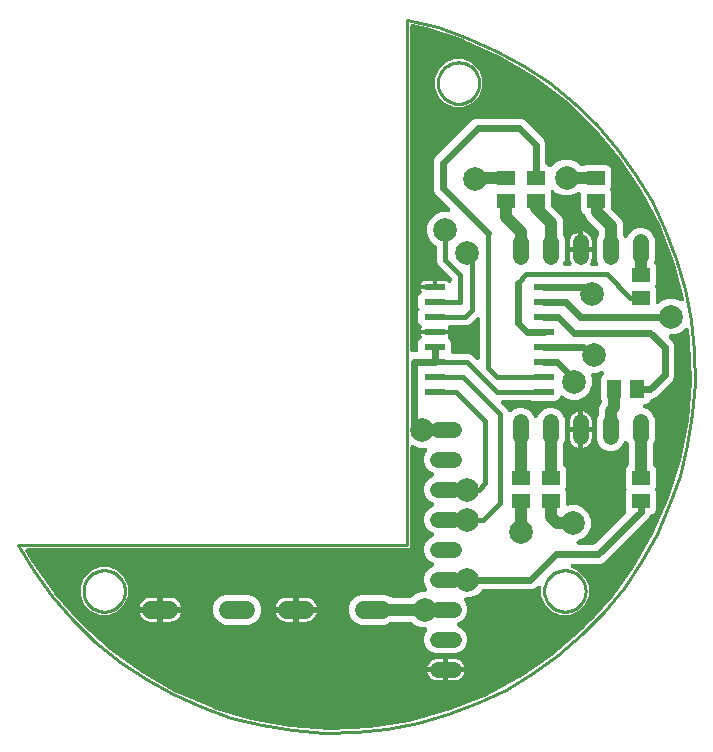
<source format=gbr>
G04 EAGLE Gerber RS-274X export*
G75*
%MOMM*%
%FSLAX34Y34*%
%LPD*%
%INBottom Copper*%
%IPPOS*%
%AMOC8*
5,1,8,0,0,1.08239X$1,22.5*%
G01*
%ADD10C,1.524000*%
%ADD11R,1.500000X1.300000*%
%ADD12R,1.300000X1.500000*%
%ADD13R,1.752400X0.561900*%
%ADD14C,1.320800*%
%ADD15C,2.000000*%
%ADD16C,0.381000*%
%ADD17C,0.609600*%
%ADD18C,1.016000*%
%ADD19C,0.254000*%

G36*
X354699Y14005D02*
X354699Y14005D01*
X354831Y14024D01*
X354910Y14026D01*
X387963Y19170D01*
X388092Y19203D01*
X388170Y19214D01*
X420446Y27998D01*
X420571Y28046D01*
X420647Y28065D01*
X451748Y40382D01*
X451867Y40444D01*
X451940Y40471D01*
X481480Y56168D01*
X481591Y56242D01*
X481661Y56278D01*
X509273Y75160D01*
X509375Y75246D01*
X509441Y75289D01*
X534784Y97122D01*
X534876Y97219D01*
X534936Y97269D01*
X539950Y102670D01*
X541718Y104574D01*
X543486Y106478D01*
X545254Y108382D01*
X545254Y108383D01*
X547022Y110287D01*
X548790Y112191D01*
X550558Y114095D01*
X552326Y115999D01*
X552326Y116000D01*
X554094Y117904D01*
X555862Y119808D01*
X557630Y121712D01*
X557696Y121784D01*
X557776Y121890D01*
X557831Y121947D01*
X577726Y148838D01*
X577794Y148954D01*
X577842Y149016D01*
X594625Y177951D01*
X594680Y178073D01*
X594721Y178140D01*
X608184Y208762D01*
X608225Y208889D01*
X608259Y208960D01*
X618236Y240889D01*
X618263Y241019D01*
X618288Y241094D01*
X624656Y273933D01*
X624667Y274066D01*
X624684Y274143D01*
X627363Y307486D01*
X627360Y307620D01*
X627368Y307698D01*
X626325Y341133D01*
X626308Y341265D01*
X626307Y341344D01*
X624858Y351443D01*
X624835Y351533D01*
X624823Y351625D01*
X624788Y351721D01*
X624763Y351821D01*
X624723Y351905D01*
X624692Y351992D01*
X624638Y352080D01*
X624594Y352172D01*
X624537Y352246D01*
X624489Y352325D01*
X624419Y352400D01*
X624356Y352481D01*
X624286Y352542D01*
X624222Y352609D01*
X624138Y352668D01*
X624061Y352735D01*
X623979Y352780D01*
X623904Y352834D01*
X623810Y352874D01*
X623720Y352924D01*
X623631Y352952D01*
X623546Y352988D01*
X623445Y353009D01*
X623347Y353040D01*
X623255Y353048D01*
X623164Y353067D01*
X623061Y353067D01*
X622959Y353077D01*
X622867Y353067D01*
X622774Y353066D01*
X622674Y353045D01*
X622572Y353034D01*
X622484Y353005D01*
X622393Y352986D01*
X622299Y352945D01*
X622201Y352913D01*
X622121Y352867D01*
X622036Y352830D01*
X621974Y352784D01*
X621863Y352720D01*
X621695Y352572D01*
X621626Y352519D01*
X618703Y349595D01*
X613160Y347299D01*
X609824Y347299D01*
X609791Y347296D01*
X609757Y347298D01*
X609597Y347276D01*
X609436Y347259D01*
X609404Y347249D01*
X609371Y347245D01*
X609219Y347190D01*
X609064Y347141D01*
X609035Y347125D01*
X609004Y347114D01*
X608866Y347030D01*
X608725Y346950D01*
X608700Y346928D01*
X608671Y346911D01*
X608553Y346800D01*
X608431Y346694D01*
X608411Y346667D01*
X608387Y346645D01*
X608293Y346512D01*
X608196Y346383D01*
X608182Y346353D01*
X608162Y346326D01*
X608098Y346177D01*
X608029Y346031D01*
X608021Y345999D01*
X608008Y345968D01*
X607975Y345809D01*
X607937Y345652D01*
X607936Y345619D01*
X607929Y345586D01*
X607929Y345424D01*
X607924Y345262D01*
X607930Y345230D01*
X607930Y345196D01*
X607963Y345038D01*
X607991Y344878D01*
X608003Y344848D01*
X608010Y344815D01*
X608075Y344666D01*
X608134Y344516D01*
X608153Y344488D01*
X608166Y344458D01*
X608217Y344391D01*
X608349Y344191D01*
X608433Y344107D01*
X608477Y344049D01*
X608857Y343669D01*
X611411Y341115D01*
X612649Y338127D01*
X612649Y311463D01*
X611411Y308475D01*
X608857Y305921D01*
X599589Y296653D01*
X597035Y294099D01*
X594047Y292861D01*
X594011Y292861D01*
X593929Y292853D01*
X593846Y292854D01*
X593735Y292833D01*
X593624Y292821D01*
X593544Y292796D01*
X593463Y292781D01*
X593359Y292737D01*
X593252Y292703D01*
X593180Y292663D01*
X593103Y292631D01*
X593010Y292567D01*
X592912Y292512D01*
X592850Y292458D01*
X592781Y292411D01*
X592703Y292330D01*
X592619Y292256D01*
X592569Y292190D01*
X592511Y292130D01*
X592470Y292059D01*
X592383Y291945D01*
X592297Y291763D01*
X592252Y291686D01*
X591807Y290612D01*
X590378Y289183D01*
X588511Y288409D01*
X587840Y288409D01*
X587823Y288408D01*
X587806Y288409D01*
X587629Y288388D01*
X587452Y288369D01*
X587436Y288364D01*
X587419Y288362D01*
X587251Y288305D01*
X587080Y288251D01*
X587066Y288243D01*
X587050Y288238D01*
X586897Y288148D01*
X586741Y288060D01*
X586728Y288049D01*
X586714Y288041D01*
X586582Y287922D01*
X586447Y287804D01*
X586437Y287790D01*
X586425Y287779D01*
X586320Y287636D01*
X586212Y287493D01*
X586205Y287478D01*
X586195Y287465D01*
X586121Y287303D01*
X586045Y287141D01*
X586041Y287125D01*
X586034Y287110D01*
X585995Y286934D01*
X585953Y286762D01*
X585952Y286745D01*
X585949Y286729D01*
X585946Y286551D01*
X585940Y286372D01*
X585943Y286356D01*
X585943Y286339D01*
X585976Y286164D01*
X586007Y285988D01*
X586013Y285973D01*
X586016Y285957D01*
X586085Y285792D01*
X586150Y285626D01*
X586159Y285612D01*
X586166Y285597D01*
X586267Y285450D01*
X586365Y285301D01*
X586377Y285289D01*
X586386Y285275D01*
X586514Y285152D01*
X586641Y285025D01*
X586655Y285016D01*
X586667Y285005D01*
X586720Y284974D01*
X586967Y284812D01*
X587057Y284777D01*
X587111Y284746D01*
X590819Y283210D01*
X594106Y279923D01*
X595885Y275628D01*
X595885Y257772D01*
X594506Y254442D01*
X594473Y254331D01*
X594430Y254223D01*
X594422Y254161D01*
X594394Y254069D01*
X594369Y253775D01*
X594361Y253714D01*
X594361Y237213D01*
X594366Y237160D01*
X594365Y237134D01*
X594371Y237101D01*
X594371Y237015D01*
X594391Y236921D01*
X594401Y236826D01*
X594431Y236731D01*
X594451Y236633D01*
X594490Y236545D01*
X594519Y236454D01*
X594568Y236367D01*
X594607Y236276D01*
X594652Y236218D01*
X594710Y236114D01*
X594868Y235933D01*
X594918Y235867D01*
X596007Y234778D01*
X596781Y232911D01*
X596781Y217889D01*
X596259Y216629D01*
X596230Y216533D01*
X596192Y216441D01*
X596174Y216347D01*
X596147Y216255D01*
X596139Y216156D01*
X596120Y216058D01*
X596122Y215962D01*
X596114Y215867D01*
X596126Y215768D01*
X596128Y215668D01*
X596146Y215598D01*
X596160Y215480D01*
X596237Y215252D01*
X596259Y215171D01*
X596781Y213911D01*
X596781Y198889D01*
X596007Y197022D01*
X594578Y195593D01*
X592625Y194784D01*
X592537Y194736D01*
X592445Y194698D01*
X592366Y194644D01*
X592282Y194598D01*
X592206Y194534D01*
X592123Y194478D01*
X592057Y194409D01*
X591984Y194347D01*
X591922Y194269D01*
X591853Y194197D01*
X591816Y194134D01*
X591743Y194041D01*
X591636Y193825D01*
X591594Y193753D01*
X591091Y192539D01*
X552691Y154139D01*
X549704Y152901D01*
X526654Y152901D01*
X526637Y152900D01*
X526621Y152901D01*
X526443Y152880D01*
X526266Y152861D01*
X526250Y152856D01*
X526234Y152854D01*
X526065Y152797D01*
X525894Y152743D01*
X525880Y152735D01*
X525864Y152730D01*
X525711Y152640D01*
X525555Y152552D01*
X525542Y152541D01*
X525528Y152533D01*
X525396Y152414D01*
X525261Y152296D01*
X525251Y152282D01*
X525239Y152271D01*
X525134Y152128D01*
X525026Y151985D01*
X525019Y151970D01*
X525009Y151957D01*
X524935Y151795D01*
X524859Y151633D01*
X524855Y151617D01*
X524848Y151602D01*
X524809Y151427D01*
X524767Y151254D01*
X524766Y151237D01*
X524763Y151221D01*
X524760Y151043D01*
X524754Y150864D01*
X524757Y150848D01*
X524757Y150831D01*
X524790Y150656D01*
X524821Y150480D01*
X524827Y150465D01*
X524830Y150449D01*
X524899Y150284D01*
X524964Y150118D01*
X524974Y150104D01*
X524980Y150089D01*
X525080Y149942D01*
X525179Y149793D01*
X525191Y149781D01*
X525200Y149767D01*
X525328Y149644D01*
X525455Y149517D01*
X525469Y149508D01*
X525481Y149497D01*
X525534Y149466D01*
X525781Y149304D01*
X525871Y149269D01*
X525925Y149238D01*
X531352Y146990D01*
X536990Y141352D01*
X540041Y133986D01*
X540041Y126014D01*
X536990Y118648D01*
X531352Y113010D01*
X523986Y109959D01*
X516014Y109959D01*
X508648Y113010D01*
X503010Y118648D01*
X499959Y126014D01*
X499959Y132826D01*
X499956Y132859D01*
X499958Y132893D01*
X499936Y133053D01*
X499919Y133214D01*
X499909Y133246D01*
X499905Y133279D01*
X499850Y133431D01*
X499801Y133586D01*
X499785Y133614D01*
X499774Y133646D01*
X499689Y133784D01*
X499610Y133925D01*
X499588Y133950D01*
X499571Y133979D01*
X499460Y134097D01*
X499354Y134219D01*
X499327Y134239D01*
X499305Y134263D01*
X499172Y134356D01*
X499043Y134454D01*
X499013Y134468D01*
X498986Y134488D01*
X498837Y134552D01*
X498691Y134621D01*
X498659Y134629D01*
X498628Y134642D01*
X498469Y134675D01*
X498312Y134713D01*
X498279Y134714D01*
X498246Y134721D01*
X498084Y134721D01*
X497922Y134726D01*
X497890Y134720D01*
X497856Y134720D01*
X497698Y134687D01*
X497538Y134659D01*
X497508Y134647D01*
X497475Y134640D01*
X497326Y134575D01*
X497176Y134516D01*
X497148Y134497D01*
X497118Y134484D01*
X497051Y134433D01*
X496851Y134301D01*
X496767Y134217D01*
X496708Y134173D01*
X495344Y132809D01*
X492357Y131571D01*
X450867Y131571D01*
X450768Y131561D01*
X450669Y131561D01*
X450575Y131541D01*
X450480Y131531D01*
X450385Y131501D01*
X450287Y131481D01*
X450200Y131442D01*
X450108Y131413D01*
X450021Y131364D01*
X449930Y131325D01*
X449872Y131280D01*
X449768Y131222D01*
X449587Y131064D01*
X449521Y131014D01*
X445423Y126915D01*
X439880Y124619D01*
X436507Y124619D01*
X436474Y124616D01*
X436440Y124618D01*
X436280Y124596D01*
X436119Y124579D01*
X436087Y124569D01*
X436054Y124565D01*
X435902Y124510D01*
X435747Y124461D01*
X435718Y124445D01*
X435687Y124434D01*
X435549Y124350D01*
X435408Y124270D01*
X435383Y124248D01*
X435354Y124231D01*
X435236Y124120D01*
X435114Y124014D01*
X435094Y123987D01*
X435070Y123965D01*
X434976Y123832D01*
X434879Y123703D01*
X434865Y123673D01*
X434845Y123646D01*
X434781Y123497D01*
X434712Y123351D01*
X434704Y123318D01*
X434691Y123288D01*
X434658Y123130D01*
X434620Y122972D01*
X434619Y122939D01*
X434612Y122906D01*
X434612Y122744D01*
X434607Y122582D01*
X434613Y122550D01*
X434613Y122516D01*
X434646Y122357D01*
X434674Y122198D01*
X434686Y122168D01*
X434693Y122135D01*
X434758Y121986D01*
X434817Y121836D01*
X434836Y121808D01*
X434849Y121778D01*
X434900Y121711D01*
X435032Y121511D01*
X435116Y121427D01*
X435160Y121368D01*
X435610Y120919D01*
X437389Y116624D01*
X437389Y111976D01*
X435610Y107681D01*
X432323Y104394D01*
X429824Y103359D01*
X429795Y103343D01*
X429764Y103333D01*
X429624Y103251D01*
X429481Y103174D01*
X429456Y103153D01*
X429427Y103136D01*
X429307Y103027D01*
X429183Y102923D01*
X429163Y102897D01*
X429138Y102874D01*
X429043Y102744D01*
X428943Y102616D01*
X428928Y102586D01*
X428908Y102560D01*
X428842Y102412D01*
X428770Y102267D01*
X428761Y102235D01*
X428747Y102205D01*
X428712Y102047D01*
X428671Y101890D01*
X428669Y101857D01*
X428662Y101824D01*
X428660Y101663D01*
X428652Y101501D01*
X428657Y101468D01*
X428656Y101434D01*
X428687Y101276D01*
X428712Y101115D01*
X428723Y101084D01*
X428730Y101052D01*
X428792Y100902D01*
X428849Y100751D01*
X428867Y100723D01*
X428879Y100692D01*
X428971Y100558D01*
X429058Y100421D01*
X429081Y100398D01*
X429099Y100370D01*
X429216Y100258D01*
X429329Y100142D01*
X429356Y100123D01*
X429380Y100100D01*
X429452Y100058D01*
X429651Y99923D01*
X429761Y99878D01*
X429824Y99841D01*
X432323Y98806D01*
X435610Y95519D01*
X437389Y91224D01*
X437389Y86576D01*
X435610Y82281D01*
X432323Y78994D01*
X428028Y77215D01*
X410172Y77215D01*
X405877Y78994D01*
X402590Y82281D01*
X400811Y86576D01*
X400811Y91224D01*
X402590Y95519D01*
X403040Y95968D01*
X403061Y95994D01*
X403086Y96016D01*
X403184Y96145D01*
X403286Y96271D01*
X403301Y96300D01*
X403321Y96327D01*
X403390Y96473D01*
X403465Y96617D01*
X403474Y96649D01*
X403488Y96679D01*
X403526Y96836D01*
X403570Y96992D01*
X403572Y97026D01*
X403580Y97058D01*
X403585Y97220D01*
X403596Y97381D01*
X403592Y97414D01*
X403593Y97448D01*
X403565Y97607D01*
X403543Y97767D01*
X403532Y97799D01*
X403526Y97832D01*
X403467Y97982D01*
X403412Y98135D01*
X403395Y98163D01*
X403383Y98194D01*
X403294Y98329D01*
X403209Y98467D01*
X403187Y98492D01*
X403168Y98520D01*
X403053Y98634D01*
X402943Y98752D01*
X402916Y98771D01*
X402892Y98795D01*
X402756Y98883D01*
X402624Y98976D01*
X402594Y98989D01*
X402566Y99008D01*
X402415Y99067D01*
X402266Y99131D01*
X402234Y99138D01*
X402203Y99150D01*
X402120Y99161D01*
X401885Y99210D01*
X401766Y99209D01*
X401693Y99219D01*
X398320Y99219D01*
X392777Y101515D01*
X390711Y103582D01*
X390634Y103644D01*
X390563Y103715D01*
X390483Y103767D01*
X390409Y103827D01*
X390320Y103873D01*
X390237Y103928D01*
X390148Y103963D01*
X390063Y104007D01*
X389967Y104034D01*
X389874Y104070D01*
X389802Y104080D01*
X389687Y104112D01*
X389447Y104128D01*
X389365Y104139D01*
X373722Y104139D01*
X373623Y104129D01*
X373523Y104129D01*
X373429Y104109D01*
X373334Y104099D01*
X373239Y104069D01*
X373142Y104049D01*
X373054Y104010D01*
X372962Y103981D01*
X372876Y103932D01*
X372784Y103893D01*
X372726Y103848D01*
X372623Y103790D01*
X372441Y103632D01*
X372375Y103582D01*
X372326Y103533D01*
X367658Y101599D01*
X347366Y101599D01*
X342698Y103533D01*
X339125Y107106D01*
X337191Y111774D01*
X337191Y116826D01*
X339125Y121494D01*
X342698Y125067D01*
X347366Y127001D01*
X367658Y127001D01*
X372326Y125067D01*
X372375Y125018D01*
X372452Y124956D01*
X372523Y124885D01*
X372603Y124833D01*
X372677Y124773D01*
X372766Y124727D01*
X372849Y124672D01*
X372939Y124637D01*
X373024Y124593D01*
X373119Y124566D01*
X373212Y124530D01*
X373285Y124520D01*
X373399Y124488D01*
X373639Y124472D01*
X373722Y124461D01*
X389365Y124461D01*
X389464Y124471D01*
X389563Y124471D01*
X389657Y124491D01*
X389752Y124501D01*
X389847Y124531D01*
X389945Y124551D01*
X390032Y124590D01*
X390124Y124619D01*
X390211Y124668D01*
X390302Y124707D01*
X390360Y124752D01*
X390464Y124810D01*
X390645Y124968D01*
X390711Y125018D01*
X392777Y127085D01*
X398320Y129381D01*
X401693Y129381D01*
X401726Y129384D01*
X401760Y129382D01*
X401920Y129404D01*
X402081Y129421D01*
X402113Y129431D01*
X402146Y129435D01*
X402298Y129490D01*
X402453Y129539D01*
X402482Y129555D01*
X402513Y129566D01*
X402651Y129650D01*
X402792Y129730D01*
X402817Y129752D01*
X402846Y129769D01*
X402964Y129880D01*
X403086Y129986D01*
X403106Y130013D01*
X403130Y130035D01*
X403224Y130168D01*
X403321Y130297D01*
X403335Y130327D01*
X403355Y130354D01*
X403419Y130503D01*
X403488Y130649D01*
X403496Y130682D01*
X403509Y130712D01*
X403542Y130870D01*
X403580Y131028D01*
X403581Y131061D01*
X403588Y131094D01*
X403588Y131256D01*
X403593Y131418D01*
X403587Y131450D01*
X403587Y131484D01*
X403554Y131643D01*
X403526Y131802D01*
X403514Y131832D01*
X403507Y131865D01*
X403442Y132014D01*
X403383Y132164D01*
X403364Y132192D01*
X403351Y132222D01*
X403300Y132289D01*
X403168Y132489D01*
X403084Y132573D01*
X403040Y132632D01*
X402590Y133081D01*
X400811Y137376D01*
X400811Y142024D01*
X402590Y146319D01*
X405877Y149606D01*
X408376Y150641D01*
X408405Y150657D01*
X408436Y150667D01*
X408576Y150749D01*
X408719Y150826D01*
X408744Y150847D01*
X408773Y150864D01*
X408893Y150973D01*
X409017Y151077D01*
X409037Y151103D01*
X409062Y151126D01*
X409158Y151257D01*
X409257Y151384D01*
X409272Y151413D01*
X409292Y151440D01*
X409359Y151588D01*
X409430Y151733D01*
X409439Y151765D01*
X409453Y151796D01*
X409488Y151953D01*
X409529Y152110D01*
X409531Y152143D01*
X409538Y152176D01*
X409540Y152337D01*
X409548Y152499D01*
X409543Y152532D01*
X409544Y152566D01*
X409513Y152724D01*
X409488Y152885D01*
X409477Y152916D01*
X409470Y152948D01*
X409408Y153098D01*
X409351Y153249D01*
X409333Y153278D01*
X409321Y153308D01*
X409229Y153442D01*
X409142Y153579D01*
X409119Y153603D01*
X409101Y153630D01*
X408984Y153742D01*
X408871Y153859D01*
X408844Y153877D01*
X408820Y153900D01*
X408748Y153942D01*
X408549Y154077D01*
X408439Y154123D01*
X408376Y154159D01*
X405877Y155194D01*
X402590Y158481D01*
X400811Y162776D01*
X400811Y167424D01*
X402590Y171719D01*
X405877Y175006D01*
X408376Y176041D01*
X408405Y176057D01*
X408436Y176067D01*
X408576Y176149D01*
X408719Y176226D01*
X408744Y176247D01*
X408773Y176264D01*
X408893Y176373D01*
X409017Y176477D01*
X409037Y176503D01*
X409062Y176526D01*
X409158Y176657D01*
X409257Y176784D01*
X409272Y176813D01*
X409292Y176840D01*
X409359Y176988D01*
X409430Y177133D01*
X409439Y177165D01*
X409453Y177196D01*
X409488Y177353D01*
X409529Y177510D01*
X409531Y177543D01*
X409538Y177576D01*
X409540Y177737D01*
X409548Y177899D01*
X409543Y177932D01*
X409544Y177966D01*
X409513Y178124D01*
X409488Y178285D01*
X409477Y178316D01*
X409470Y178348D01*
X409408Y178498D01*
X409351Y178649D01*
X409333Y178678D01*
X409321Y178708D01*
X409229Y178842D01*
X409142Y178979D01*
X409119Y179003D01*
X409101Y179030D01*
X408984Y179142D01*
X408871Y179259D01*
X408844Y179277D01*
X408820Y179300D01*
X408748Y179342D01*
X408549Y179477D01*
X408439Y179523D01*
X408376Y179559D01*
X405877Y180594D01*
X402590Y183881D01*
X400811Y188176D01*
X400811Y192824D01*
X402590Y197119D01*
X405877Y200406D01*
X408376Y201441D01*
X408405Y201457D01*
X408436Y201467D01*
X408576Y201549D01*
X408719Y201626D01*
X408744Y201647D01*
X408773Y201664D01*
X408893Y201773D01*
X409017Y201877D01*
X409037Y201903D01*
X409062Y201926D01*
X409158Y202057D01*
X409257Y202184D01*
X409272Y202213D01*
X409292Y202240D01*
X409359Y202388D01*
X409430Y202533D01*
X409439Y202565D01*
X409453Y202596D01*
X409488Y202753D01*
X409529Y202910D01*
X409531Y202943D01*
X409538Y202976D01*
X409540Y203137D01*
X409548Y203299D01*
X409543Y203332D01*
X409544Y203366D01*
X409513Y203524D01*
X409488Y203685D01*
X409477Y203716D01*
X409470Y203748D01*
X409408Y203898D01*
X409351Y204049D01*
X409333Y204078D01*
X409321Y204108D01*
X409229Y204242D01*
X409142Y204379D01*
X409119Y204403D01*
X409101Y204430D01*
X408984Y204542D01*
X408871Y204659D01*
X408844Y204677D01*
X408820Y204700D01*
X408748Y204742D01*
X408549Y204877D01*
X408439Y204923D01*
X408376Y204959D01*
X405877Y205994D01*
X402590Y209281D01*
X400811Y213576D01*
X400811Y218224D01*
X402590Y222519D01*
X405877Y225806D01*
X408376Y226841D01*
X408405Y226857D01*
X408436Y226867D01*
X408576Y226949D01*
X408719Y227026D01*
X408744Y227047D01*
X408773Y227064D01*
X408893Y227173D01*
X409017Y227277D01*
X409037Y227303D01*
X409062Y227326D01*
X409158Y227457D01*
X409257Y227584D01*
X409272Y227613D01*
X409292Y227640D01*
X409359Y227788D01*
X409430Y227933D01*
X409439Y227965D01*
X409453Y227996D01*
X409488Y228153D01*
X409529Y228310D01*
X409531Y228343D01*
X409538Y228376D01*
X409540Y228537D01*
X409548Y228699D01*
X409543Y228732D01*
X409544Y228766D01*
X409513Y228924D01*
X409488Y229085D01*
X409477Y229116D01*
X409470Y229148D01*
X409408Y229298D01*
X409351Y229449D01*
X409333Y229478D01*
X409321Y229508D01*
X409229Y229642D01*
X409142Y229779D01*
X409119Y229803D01*
X409101Y229830D01*
X408984Y229942D01*
X408871Y230059D01*
X408844Y230077D01*
X408820Y230100D01*
X408748Y230142D01*
X408549Y230277D01*
X408439Y230323D01*
X408376Y230359D01*
X405877Y231394D01*
X402590Y234681D01*
X400811Y238976D01*
X400811Y243624D01*
X402590Y247919D01*
X402920Y248248D01*
X402941Y248274D01*
X402966Y248296D01*
X403064Y248425D01*
X403166Y248551D01*
X403181Y248580D01*
X403201Y248607D01*
X403271Y248754D01*
X403345Y248897D01*
X403354Y248929D01*
X403368Y248959D01*
X403406Y249116D01*
X403450Y249272D01*
X403452Y249306D01*
X403460Y249338D01*
X403465Y249500D01*
X403476Y249661D01*
X403472Y249694D01*
X403473Y249728D01*
X403445Y249887D01*
X403423Y250047D01*
X403412Y250079D01*
X403406Y250112D01*
X403347Y250262D01*
X403292Y250415D01*
X403275Y250443D01*
X403263Y250474D01*
X403174Y250609D01*
X403089Y250747D01*
X403067Y250772D01*
X403048Y250800D01*
X402933Y250914D01*
X402823Y251032D01*
X402796Y251051D01*
X402772Y251075D01*
X402636Y251163D01*
X402504Y251256D01*
X402474Y251269D01*
X402446Y251288D01*
X402295Y251347D01*
X402146Y251411D01*
X402114Y251418D01*
X402083Y251430D01*
X402000Y251441D01*
X401765Y251490D01*
X401646Y251489D01*
X401573Y251499D01*
X396440Y251499D01*
X391774Y253432D01*
X391726Y253446D01*
X391681Y253468D01*
X391539Y253502D01*
X391400Y253544D01*
X391351Y253548D01*
X391302Y253560D01*
X391157Y253565D01*
X391012Y253577D01*
X390962Y253571D01*
X390912Y253573D01*
X390769Y253548D01*
X390625Y253530D01*
X390578Y253514D01*
X390528Y253506D01*
X390393Y253452D01*
X390255Y253406D01*
X390212Y253381D01*
X390166Y253362D01*
X390045Y253282D01*
X389919Y253209D01*
X389882Y253175D01*
X389840Y253148D01*
X389738Y253045D01*
X389630Y252947D01*
X389601Y252907D01*
X389565Y252872D01*
X389486Y252750D01*
X389400Y252632D01*
X389380Y252587D01*
X389352Y252545D01*
X389299Y252410D01*
X389239Y252277D01*
X389228Y252229D01*
X389210Y252182D01*
X389198Y252094D01*
X389154Y251897D01*
X389152Y251754D01*
X389141Y251673D01*
X389141Y167648D01*
X387652Y166159D01*
X65115Y166159D01*
X64938Y166141D01*
X64760Y166126D01*
X64744Y166121D01*
X64728Y166119D01*
X64557Y166065D01*
X64387Y166014D01*
X64372Y166006D01*
X64356Y166001D01*
X64200Y165914D01*
X64044Y165829D01*
X64031Y165818D01*
X64016Y165810D01*
X63882Y165693D01*
X63745Y165578D01*
X63735Y165565D01*
X63723Y165554D01*
X63615Y165412D01*
X63505Y165271D01*
X63497Y165256D01*
X63487Y165243D01*
X63411Y165082D01*
X63332Y164922D01*
X63327Y164906D01*
X63320Y164891D01*
X63278Y164718D01*
X63233Y164545D01*
X63232Y164528D01*
X63228Y164512D01*
X63223Y164334D01*
X63214Y164156D01*
X63216Y164139D01*
X63216Y164122D01*
X63246Y163947D01*
X63274Y163770D01*
X63279Y163757D01*
X63282Y163738D01*
X63426Y163376D01*
X63456Y163331D01*
X63470Y163295D01*
X68065Y155420D01*
X68122Y155342D01*
X68151Y155286D01*
X87358Y127900D01*
X87446Y127799D01*
X87489Y127734D01*
X109621Y102651D01*
X109719Y102560D01*
X109770Y102500D01*
X134552Y80033D01*
X134660Y79953D01*
X134717Y79899D01*
X161842Y60325D01*
X161958Y60258D01*
X162021Y60210D01*
X191153Y43771D01*
X191276Y43718D01*
X191343Y43677D01*
X222122Y30577D01*
X222250Y30538D01*
X222322Y30505D01*
X254366Y20907D01*
X254497Y20882D01*
X254572Y20857D01*
X287484Y14879D01*
X287617Y14869D01*
X287694Y14853D01*
X321067Y12569D01*
X321201Y12574D01*
X321279Y12566D01*
X354699Y14005D01*
G37*
G36*
X446209Y325721D02*
X446209Y325721D01*
X446243Y325720D01*
X446402Y325748D01*
X446562Y325770D01*
X446594Y325781D01*
X446627Y325787D01*
X446777Y325847D01*
X446930Y325901D01*
X446958Y325918D01*
X446989Y325931D01*
X447124Y326020D01*
X447262Y326104D01*
X447287Y326127D01*
X447315Y326145D01*
X447429Y326260D01*
X447547Y326370D01*
X447566Y326398D01*
X447590Y326421D01*
X447678Y326557D01*
X447771Y326689D01*
X447784Y326720D01*
X447803Y326748D01*
X447862Y326898D01*
X447926Y327047D01*
X447933Y327080D01*
X447945Y327111D01*
X447956Y327193D01*
X448005Y327429D01*
X448004Y327548D01*
X448014Y327620D01*
X448014Y359888D01*
X448011Y359921D01*
X448013Y359954D01*
X447991Y360115D01*
X447974Y360275D01*
X447964Y360307D01*
X447960Y360340D01*
X447905Y360493D01*
X447856Y360647D01*
X447840Y360676D01*
X447829Y360707D01*
X447745Y360845D01*
X447665Y360987D01*
X447643Y361012D01*
X447626Y361040D01*
X447515Y361159D01*
X447409Y361280D01*
X447382Y361300D01*
X447360Y361325D01*
X447227Y361418D01*
X447098Y361516D01*
X447068Y361530D01*
X447041Y361549D01*
X446892Y361613D01*
X446746Y361683D01*
X446714Y361690D01*
X446683Y361704D01*
X446524Y361736D01*
X446367Y361775D01*
X446334Y361776D01*
X446301Y361782D01*
X446139Y361782D01*
X445977Y361787D01*
X445945Y361782D01*
X445911Y361782D01*
X445753Y361748D01*
X445593Y361721D01*
X445563Y361708D01*
X445530Y361701D01*
X445381Y361637D01*
X445231Y361577D01*
X445203Y361559D01*
X445173Y361545D01*
X445106Y361495D01*
X444906Y361363D01*
X444822Y361278D01*
X444764Y361234D01*
X439557Y356028D01*
X436990Y354964D01*
X422990Y354964D01*
X422870Y354952D01*
X422750Y354949D01*
X422677Y354932D01*
X422602Y354924D01*
X422487Y354888D01*
X422370Y354861D01*
X422302Y354829D01*
X422230Y354806D01*
X422125Y354747D01*
X422016Y354697D01*
X421956Y354652D01*
X421891Y354615D01*
X421800Y354536D01*
X421703Y354464D01*
X421654Y354408D01*
X421597Y354359D01*
X421525Y354263D01*
X421445Y354173D01*
X421407Y354108D01*
X421362Y354048D01*
X421310Y353939D01*
X421250Y353835D01*
X421227Y353764D01*
X421195Y353696D01*
X421166Y353579D01*
X421129Y353465D01*
X421121Y353390D01*
X421103Y353317D01*
X421099Y353197D01*
X421086Y353077D01*
X421093Y353018D01*
X421090Y352927D01*
X421144Y352619D01*
X421150Y352567D01*
X421197Y352394D01*
X421197Y351154D01*
X409894Y351154D01*
X398591Y351154D01*
X398591Y352394D01*
X398751Y352990D01*
X398773Y353126D01*
X398783Y353168D01*
X398783Y353181D01*
X398806Y353292D01*
X398806Y353333D01*
X398813Y353375D01*
X398806Y353528D01*
X398805Y353681D01*
X398797Y353722D01*
X398795Y353764D01*
X398757Y353913D01*
X398725Y354063D01*
X398708Y354101D01*
X398698Y354142D01*
X398631Y354279D01*
X398569Y354420D01*
X398548Y354448D01*
X398527Y354492D01*
X398287Y354799D01*
X398269Y354815D01*
X398258Y354829D01*
X396825Y356263D01*
X396051Y358130D01*
X396051Y365770D01*
X396797Y367571D01*
X396826Y367667D01*
X396864Y367759D01*
X396881Y367853D01*
X396909Y367945D01*
X396917Y368044D01*
X396936Y368142D01*
X396934Y368238D01*
X396942Y368333D01*
X396930Y368432D01*
X396928Y368532D01*
X396910Y368602D01*
X396895Y368720D01*
X396819Y368948D01*
X396797Y369029D01*
X396051Y370830D01*
X396051Y378470D01*
X396825Y380337D01*
X398258Y381771D01*
X398355Y381890D01*
X398457Y382004D01*
X398478Y382041D01*
X398504Y382073D01*
X398575Y382210D01*
X398651Y382342D01*
X398664Y382382D01*
X398683Y382419D01*
X398725Y382567D01*
X398772Y382713D01*
X398777Y382754D01*
X398788Y382795D01*
X398799Y382947D01*
X398816Y383100D01*
X398811Y383135D01*
X398815Y383184D01*
X398761Y383570D01*
X398753Y383592D01*
X398751Y383610D01*
X398591Y384206D01*
X398591Y385446D01*
X409894Y385446D01*
X409960Y385452D01*
X410026Y385450D01*
X410153Y385472D01*
X410281Y385485D01*
X410345Y385506D01*
X410410Y385517D01*
X410530Y385564D01*
X410653Y385603D01*
X410711Y385636D01*
X410773Y385661D01*
X410880Y385731D01*
X410993Y385795D01*
X411043Y385838D01*
X411098Y385875D01*
X411189Y385966D01*
X411286Y386051D01*
X411287Y386052D01*
X411327Y386104D01*
X411373Y386151D01*
X411374Y386152D01*
X411444Y386260D01*
X411522Y386362D01*
X411550Y386422D01*
X411587Y386478D01*
X411634Y386598D01*
X411689Y386714D01*
X411705Y386779D01*
X411729Y386841D01*
X411741Y386928D01*
X411781Y387093D01*
X411787Y387263D01*
X411798Y387350D01*
X411798Y392700D01*
X418990Y392700D01*
X419637Y392527D01*
X420216Y392193D01*
X420795Y391614D01*
X420796Y391612D01*
X420804Y391605D01*
X420866Y391542D01*
X420879Y391532D01*
X420921Y391484D01*
X421006Y391420D01*
X421084Y391348D01*
X421161Y391303D01*
X421168Y391297D01*
X421169Y391296D01*
X421232Y391249D01*
X421328Y391203D01*
X421419Y391149D01*
X421503Y391120D01*
X421584Y391081D01*
X421687Y391057D01*
X421787Y391022D01*
X421876Y391011D01*
X421963Y390990D01*
X422069Y390986D01*
X422174Y390973D01*
X422263Y390980D01*
X422353Y390977D01*
X422457Y390995D01*
X422563Y391003D01*
X422649Y391028D01*
X422737Y391044D01*
X422835Y391082D01*
X422937Y391112D01*
X423016Y391154D01*
X423099Y391187D01*
X423187Y391245D01*
X423281Y391295D01*
X423350Y391352D01*
X423425Y391401D01*
X423499Y391477D01*
X423581Y391544D01*
X423636Y391614D01*
X423700Y391678D01*
X423758Y391767D01*
X423823Y391849D01*
X423864Y391929D01*
X423913Y392004D01*
X423951Y392103D01*
X423999Y392197D01*
X424022Y392284D01*
X424055Y392367D01*
X424065Y392445D01*
X424100Y392574D01*
X424107Y392695D01*
X424108Y392698D01*
X424108Y392704D01*
X424112Y392789D01*
X424124Y392876D01*
X424124Y394178D01*
X424114Y394277D01*
X424114Y394376D01*
X424094Y394470D01*
X424084Y394565D01*
X424054Y394660D01*
X424034Y394758D01*
X423995Y394846D01*
X423966Y394937D01*
X423917Y395024D01*
X423878Y395115D01*
X423833Y395173D01*
X423775Y395277D01*
X423617Y395458D01*
X423567Y395524D01*
X412488Y406603D01*
X411424Y409170D01*
X411424Y421258D01*
X411416Y421341D01*
X411417Y421424D01*
X411396Y421534D01*
X411384Y421646D01*
X411359Y421725D01*
X411344Y421806D01*
X411300Y421910D01*
X411266Y422017D01*
X411226Y422090D01*
X411194Y422166D01*
X411130Y422259D01*
X411075Y422357D01*
X411021Y422419D01*
X410974Y422488D01*
X410893Y422566D01*
X410819Y422651D01*
X410753Y422701D01*
X410693Y422758D01*
X410622Y422799D01*
X410508Y422886D01*
X410326Y422972D01*
X410249Y423017D01*
X409867Y423175D01*
X405625Y427417D01*
X403329Y432960D01*
X403329Y438960D01*
X405625Y444503D01*
X409867Y448745D01*
X415410Y451041D01*
X421206Y451041D01*
X421239Y451044D01*
X421273Y451042D01*
X421433Y451064D01*
X421594Y451081D01*
X421626Y451091D01*
X421659Y451095D01*
X421811Y451150D01*
X421966Y451199D01*
X421995Y451215D01*
X422026Y451226D01*
X422164Y451310D01*
X422305Y451390D01*
X422330Y451412D01*
X422359Y451429D01*
X422477Y451540D01*
X422599Y451646D01*
X422619Y451673D01*
X422643Y451695D01*
X422737Y451828D01*
X422834Y451957D01*
X422848Y451987D01*
X422868Y452014D01*
X422932Y452163D01*
X423001Y452309D01*
X423009Y452341D01*
X423022Y452372D01*
X423055Y452531D01*
X423093Y452688D01*
X423094Y452721D01*
X423101Y452754D01*
X423101Y452916D01*
X423106Y453078D01*
X423100Y453110D01*
X423100Y453144D01*
X423067Y453302D01*
X423039Y453462D01*
X423027Y453492D01*
X423020Y453525D01*
X422955Y453674D01*
X422896Y453824D01*
X422877Y453852D01*
X422864Y453882D01*
X422813Y453949D01*
X422681Y454149D01*
X422597Y454233D01*
X422553Y454291D01*
X410249Y466595D01*
X409011Y469583D01*
X409011Y494317D01*
X410249Y497305D01*
X441505Y528561D01*
X444493Y529799D01*
X482887Y529799D01*
X485875Y528561D01*
X502191Y512245D01*
X503429Y509257D01*
X503429Y492411D01*
X503435Y492351D01*
X503433Y492303D01*
X503437Y492285D01*
X503436Y492246D01*
X503457Y492135D01*
X503469Y492024D01*
X503494Y491944D01*
X503509Y491863D01*
X503553Y491759D01*
X503587Y491652D01*
X503627Y491580D01*
X503659Y491503D01*
X503723Y491410D01*
X503778Y491312D01*
X503832Y491250D01*
X503879Y491181D01*
X503960Y491103D01*
X504034Y491019D01*
X504100Y490969D01*
X504160Y490911D01*
X504231Y490870D01*
X504345Y490783D01*
X504527Y490697D01*
X504604Y490652D01*
X505678Y490207D01*
X506607Y489278D01*
X506659Y489236D01*
X506704Y489187D01*
X506810Y489113D01*
X506910Y489032D01*
X506969Y489001D01*
X507023Y488963D01*
X507141Y488912D01*
X507256Y488853D01*
X507320Y488835D01*
X507381Y488808D01*
X507507Y488782D01*
X507631Y488748D01*
X507698Y488743D01*
X507763Y488730D01*
X507892Y488730D01*
X508020Y488721D01*
X508086Y488730D01*
X508153Y488730D01*
X508279Y488757D01*
X508406Y488775D01*
X508469Y488797D01*
X508534Y488811D01*
X508652Y488862D01*
X508773Y488905D01*
X508830Y488940D01*
X508891Y488967D01*
X508961Y489020D01*
X509106Y489108D01*
X509231Y489225D01*
X509300Y489278D01*
X512887Y492865D01*
X518430Y495161D01*
X524430Y495161D01*
X529973Y492865D01*
X532719Y490118D01*
X532796Y490056D01*
X532867Y489985D01*
X532947Y489933D01*
X533021Y489873D01*
X533110Y489827D01*
X533193Y489772D01*
X533282Y489737D01*
X533367Y489693D01*
X533463Y489666D01*
X533556Y489630D01*
X533628Y489620D01*
X533743Y489588D01*
X533983Y489572D01*
X534065Y489561D01*
X534287Y489561D01*
X534386Y489571D01*
X534485Y489571D01*
X534579Y489591D01*
X534675Y489601D01*
X534769Y489631D01*
X534867Y489651D01*
X534955Y489690D01*
X535046Y489719D01*
X535133Y489768D01*
X535224Y489807D01*
X535282Y489852D01*
X535386Y489910D01*
X535567Y490068D01*
X535633Y490119D01*
X535722Y490207D01*
X537589Y490981D01*
X554611Y490981D01*
X556478Y490207D01*
X557907Y488778D01*
X558681Y486911D01*
X558681Y471889D01*
X558159Y470629D01*
X558130Y470533D01*
X558092Y470441D01*
X558074Y470347D01*
X558047Y470255D01*
X558039Y470156D01*
X558020Y470058D01*
X558022Y469962D01*
X558014Y469867D01*
X558026Y469768D01*
X558028Y469668D01*
X558046Y469598D01*
X558060Y469480D01*
X558137Y469252D01*
X558159Y469171D01*
X558681Y467911D01*
X558681Y454697D01*
X558691Y454599D01*
X558691Y454499D01*
X558711Y454405D01*
X558721Y454310D01*
X558751Y454215D01*
X558771Y454117D01*
X558810Y454030D01*
X558839Y453938D01*
X558888Y453851D01*
X558927Y453760D01*
X558972Y453702D01*
X559030Y453599D01*
X559188Y453417D01*
X559238Y453351D01*
X567414Y445176D01*
X568961Y441441D01*
X568961Y432086D01*
X568973Y431971D01*
X568975Y431855D01*
X568991Y431794D01*
X569001Y431699D01*
X569090Y431417D01*
X569106Y431358D01*
X569741Y429824D01*
X569757Y429795D01*
X569767Y429764D01*
X569849Y429624D01*
X569926Y429481D01*
X569947Y429456D01*
X569964Y429427D01*
X570073Y429307D01*
X570177Y429183D01*
X570203Y429163D01*
X570226Y429138D01*
X570357Y429042D01*
X570484Y428943D01*
X570513Y428928D01*
X570540Y428908D01*
X570688Y428841D01*
X570833Y428770D01*
X570865Y428761D01*
X570896Y428747D01*
X571053Y428712D01*
X571210Y428671D01*
X571243Y428669D01*
X571276Y428662D01*
X571437Y428660D01*
X571599Y428652D01*
X571632Y428657D01*
X571666Y428656D01*
X571824Y428687D01*
X571985Y428712D01*
X572016Y428723D01*
X572048Y428730D01*
X572198Y428792D01*
X572349Y428849D01*
X572378Y428867D01*
X572408Y428879D01*
X572542Y428971D01*
X572679Y429058D01*
X572703Y429081D01*
X572730Y429099D01*
X572842Y429216D01*
X572959Y429329D01*
X572977Y429356D01*
X573000Y429380D01*
X573042Y429452D01*
X573177Y429651D01*
X573223Y429761D01*
X573259Y429824D01*
X574294Y432323D01*
X577581Y435610D01*
X581876Y437389D01*
X586524Y437389D01*
X590819Y435610D01*
X594106Y432323D01*
X595885Y428028D01*
X595885Y410172D01*
X595443Y409105D01*
X595419Y409025D01*
X595386Y408949D01*
X595363Y408839D01*
X595331Y408731D01*
X595324Y408649D01*
X595307Y408567D01*
X595308Y408455D01*
X595298Y408343D01*
X595308Y408260D01*
X595308Y408177D01*
X595331Y408068D01*
X595345Y407956D01*
X595371Y407877D01*
X595388Y407796D01*
X595433Y407693D01*
X595469Y407587D01*
X595511Y407515D01*
X595544Y407439D01*
X595594Y407374D01*
X595666Y407250D01*
X595801Y407101D01*
X595856Y407030D01*
X596007Y406878D01*
X596781Y405011D01*
X596781Y389989D01*
X596259Y388729D01*
X596230Y388633D01*
X596192Y388541D01*
X596174Y388447D01*
X596147Y388355D01*
X596139Y388256D01*
X596120Y388158D01*
X596122Y388062D01*
X596114Y387967D01*
X596126Y387868D01*
X596128Y387768D01*
X596146Y387698D01*
X596161Y387580D01*
X596237Y387352D01*
X596259Y387271D01*
X596781Y386011D01*
X596781Y374925D01*
X596784Y374892D01*
X596782Y374859D01*
X596804Y374699D01*
X596821Y374538D01*
X596831Y374506D01*
X596835Y374473D01*
X596890Y374320D01*
X596939Y374166D01*
X596955Y374137D01*
X596966Y374106D01*
X597051Y373967D01*
X597130Y373826D01*
X597152Y373801D01*
X597169Y373773D01*
X597280Y373655D01*
X597386Y373533D01*
X597413Y373513D01*
X597435Y373488D01*
X597568Y373395D01*
X597697Y373297D01*
X597727Y373283D01*
X597754Y373264D01*
X597903Y373200D01*
X598049Y373130D01*
X598081Y373123D01*
X598112Y373109D01*
X598271Y373077D01*
X598428Y373039D01*
X598461Y373037D01*
X598494Y373031D01*
X598656Y373031D01*
X598818Y373026D01*
X598850Y373031D01*
X598884Y373031D01*
X599042Y373065D01*
X599202Y373093D01*
X599232Y373105D01*
X599265Y373112D01*
X599414Y373177D01*
X599564Y373236D01*
X599592Y373254D01*
X599622Y373268D01*
X599689Y373318D01*
X599889Y373450D01*
X599973Y373535D01*
X600032Y373579D01*
X601617Y375165D01*
X607160Y377461D01*
X613160Y377461D01*
X618174Y375384D01*
X618266Y375356D01*
X618355Y375319D01*
X618453Y375301D01*
X618548Y375272D01*
X618643Y375264D01*
X618738Y375246D01*
X618837Y375248D01*
X618936Y375239D01*
X619031Y375251D01*
X619128Y375252D01*
X619225Y375274D01*
X619323Y375286D01*
X619414Y375316D01*
X619508Y375338D01*
X619598Y375379D01*
X619692Y375410D01*
X619775Y375459D01*
X619863Y375499D01*
X619943Y375557D01*
X620029Y375607D01*
X620100Y375672D01*
X620178Y375729D01*
X620244Y375802D01*
X620318Y375869D01*
X620374Y375946D01*
X620439Y376018D01*
X620489Y376104D01*
X620548Y376184D01*
X620587Y376271D01*
X620636Y376354D01*
X620668Y376448D01*
X620708Y376539D01*
X620730Y376633D01*
X620760Y376724D01*
X620772Y376822D01*
X620794Y376919D01*
X620795Y377015D01*
X620807Y377111D01*
X620798Y377185D01*
X620800Y377309D01*
X620756Y377536D01*
X620746Y377621D01*
X613112Y407042D01*
X613065Y407167D01*
X613047Y407243D01*
X601099Y438488D01*
X601039Y438607D01*
X601013Y438681D01*
X585667Y468404D01*
X585594Y468516D01*
X585559Y468587D01*
X567006Y496420D01*
X566920Y496523D01*
X566878Y496590D01*
X545347Y522189D01*
X545250Y522282D01*
X545201Y522344D01*
X520958Y545392D01*
X520852Y545474D01*
X520797Y545529D01*
X494142Y565741D01*
X494028Y565810D01*
X493967Y565859D01*
X465232Y582983D01*
X465110Y583040D01*
X465044Y583082D01*
X434584Y596907D01*
X434457Y596949D01*
X434386Y596984D01*
X402578Y607338D01*
X402484Y607359D01*
X402425Y607381D01*
X391481Y609957D01*
X391391Y609969D01*
X391302Y609991D01*
X391198Y609994D01*
X391095Y610007D01*
X391004Y610001D01*
X390912Y610004D01*
X390810Y609986D01*
X390706Y609978D01*
X390618Y609952D01*
X390528Y609937D01*
X390432Y609898D01*
X390332Y609869D01*
X390251Y609827D01*
X390166Y609793D01*
X390079Y609736D01*
X389987Y609687D01*
X389917Y609629D01*
X389840Y609579D01*
X389767Y609505D01*
X389687Y609439D01*
X389630Y609367D01*
X389565Y609303D01*
X389508Y609215D01*
X389444Y609134D01*
X389402Y609053D01*
X389352Y608976D01*
X389314Y608879D01*
X389267Y608786D01*
X389243Y608698D01*
X389210Y608613D01*
X389200Y608537D01*
X389166Y608410D01*
X389153Y608191D01*
X389141Y608104D01*
X389141Y334119D01*
X389148Y334053D01*
X389145Y333986D01*
X389167Y333859D01*
X389181Y333731D01*
X389201Y333668D01*
X389212Y333602D01*
X389260Y333483D01*
X389299Y333360D01*
X389331Y333302D01*
X389356Y333240D01*
X389427Y333133D01*
X389490Y333020D01*
X389534Y332970D01*
X389570Y332914D01*
X389661Y332823D01*
X389746Y332726D01*
X389799Y332686D01*
X389846Y332639D01*
X389954Y332569D01*
X390057Y332491D01*
X390117Y332463D01*
X390173Y332426D01*
X390293Y332379D01*
X390409Y332324D01*
X390474Y332308D01*
X390536Y332284D01*
X390622Y332272D01*
X390788Y332232D01*
X390958Y332227D01*
X391045Y332215D01*
X394147Y332215D01*
X394213Y332222D01*
X394280Y332219D01*
X394407Y332241D01*
X394535Y332255D01*
X394598Y332275D01*
X394664Y332286D01*
X394783Y332334D01*
X394906Y332373D01*
X394964Y332405D01*
X395026Y332430D01*
X395133Y332501D01*
X395246Y332564D01*
X395296Y332608D01*
X395352Y332644D01*
X395443Y332735D01*
X395540Y332820D01*
X395580Y332873D01*
X395627Y332920D01*
X395697Y333028D01*
X395775Y333131D01*
X395803Y333191D01*
X395840Y333247D01*
X395887Y333367D01*
X395942Y333483D01*
X395958Y333548D01*
X395982Y333610D01*
X395994Y333696D01*
X396034Y333862D01*
X396039Y334032D01*
X396051Y334119D01*
X396051Y340370D01*
X396825Y342238D01*
X398258Y343671D01*
X398355Y343790D01*
X398457Y343904D01*
X398478Y343941D01*
X398504Y343973D01*
X398574Y344109D01*
X398651Y344242D01*
X398664Y344282D01*
X398683Y344319D01*
X398725Y344467D01*
X398772Y344613D01*
X398777Y344654D01*
X398788Y344695D01*
X398799Y344847D01*
X398816Y345000D01*
X398811Y345035D01*
X398815Y345084D01*
X398761Y345470D01*
X398753Y345492D01*
X398751Y345510D01*
X398591Y346106D01*
X398591Y347346D01*
X409894Y347346D01*
X421197Y347346D01*
X421197Y346106D01*
X421037Y345510D01*
X421013Y345359D01*
X420982Y345208D01*
X420982Y345167D01*
X420975Y345125D01*
X420982Y344972D01*
X420983Y344819D01*
X420991Y344778D01*
X420993Y344736D01*
X421031Y344587D01*
X421063Y344437D01*
X421079Y344399D01*
X421090Y344358D01*
X421157Y344220D01*
X421219Y344080D01*
X421240Y344052D01*
X421261Y344008D01*
X421501Y343701D01*
X421519Y343685D01*
X421530Y343671D01*
X422963Y342238D01*
X423737Y340370D01*
X423737Y332740D01*
X423744Y332674D01*
X423741Y332607D01*
X423763Y332480D01*
X423777Y332352D01*
X423797Y332289D01*
X423808Y332223D01*
X423856Y332104D01*
X423895Y331981D01*
X423927Y331923D01*
X423952Y331861D01*
X424023Y331754D01*
X424086Y331641D01*
X424130Y331591D01*
X424166Y331535D01*
X424257Y331444D01*
X424342Y331347D01*
X424395Y331307D01*
X424442Y331260D01*
X424550Y331190D01*
X424653Y331112D01*
X424713Y331084D01*
X424769Y331047D01*
X424889Y331000D01*
X425005Y330945D01*
X425070Y330929D01*
X425132Y330905D01*
X425218Y330893D01*
X425384Y330853D01*
X425554Y330848D01*
X425641Y330836D01*
X438697Y330836D01*
X441265Y329772D01*
X444764Y326273D01*
X444789Y326252D01*
X444811Y326227D01*
X444940Y326130D01*
X445066Y326027D01*
X445095Y326012D01*
X445122Y325992D01*
X445268Y325923D01*
X445412Y325848D01*
X445444Y325839D01*
X445474Y325825D01*
X445631Y325787D01*
X445787Y325743D01*
X445821Y325741D01*
X445853Y325733D01*
X446015Y325728D01*
X446176Y325717D01*
X446209Y325721D01*
G37*
G36*
X544030Y169169D02*
X544030Y169169D01*
X544130Y169169D01*
X544223Y169189D01*
X544319Y169199D01*
X544413Y169229D01*
X544511Y169249D01*
X544599Y169288D01*
X544690Y169317D01*
X544777Y169366D01*
X544868Y169405D01*
X544926Y169450D01*
X545030Y169508D01*
X545211Y169666D01*
X545277Y169716D01*
X571549Y195988D01*
X571601Y196052D01*
X571661Y196110D01*
X571724Y196203D01*
X571795Y196290D01*
X571833Y196364D01*
X571880Y196433D01*
X571922Y196537D01*
X571974Y196636D01*
X571996Y196716D01*
X572028Y196793D01*
X572049Y196904D01*
X572079Y197012D01*
X572085Y197095D01*
X572100Y197176D01*
X572098Y197288D01*
X572105Y197401D01*
X572094Y197483D01*
X572092Y197566D01*
X572072Y197645D01*
X572052Y197787D01*
X571984Y197977D01*
X571962Y198063D01*
X571619Y198889D01*
X571619Y213911D01*
X572141Y215171D01*
X572170Y215267D01*
X572208Y215359D01*
X572226Y215453D01*
X572253Y215545D01*
X572261Y215644D01*
X572280Y215742D01*
X572278Y215838D01*
X572286Y215933D01*
X572274Y216032D01*
X572272Y216132D01*
X572254Y216202D01*
X572239Y216320D01*
X572163Y216548D01*
X572141Y216629D01*
X571619Y217889D01*
X571619Y232911D01*
X572393Y234778D01*
X573482Y235867D01*
X573544Y235944D01*
X573615Y236015D01*
X573667Y236095D01*
X573727Y236169D01*
X573773Y236257D01*
X573828Y236341D01*
X573863Y236430D01*
X573907Y236515D01*
X573934Y236611D01*
X573970Y236704D01*
X573980Y236776D01*
X574012Y236891D01*
X574019Y236997D01*
X574022Y237009D01*
X574024Y237068D01*
X574028Y237131D01*
X574039Y237213D01*
X574039Y253714D01*
X574027Y253829D01*
X574025Y253945D01*
X574009Y254006D01*
X573999Y254102D01*
X573910Y254383D01*
X573894Y254443D01*
X573259Y255976D01*
X573243Y256005D01*
X573233Y256036D01*
X573151Y256176D01*
X573074Y256319D01*
X573053Y256344D01*
X573036Y256373D01*
X572927Y256493D01*
X572823Y256617D01*
X572797Y256637D01*
X572774Y256662D01*
X572643Y256757D01*
X572516Y256857D01*
X572486Y256872D01*
X572460Y256892D01*
X572312Y256958D01*
X572167Y257030D01*
X572135Y257039D01*
X572104Y257053D01*
X571947Y257088D01*
X571790Y257129D01*
X571757Y257131D01*
X571724Y257138D01*
X571563Y257140D01*
X571401Y257148D01*
X571368Y257143D01*
X571334Y257144D01*
X571176Y257113D01*
X571015Y257088D01*
X570984Y257077D01*
X570952Y257070D01*
X570802Y257008D01*
X570651Y256951D01*
X570622Y256933D01*
X570592Y256921D01*
X570458Y256829D01*
X570321Y256742D01*
X570297Y256719D01*
X570270Y256701D01*
X570158Y256584D01*
X570041Y256471D01*
X570023Y256444D01*
X570000Y256420D01*
X569958Y256348D01*
X569823Y256148D01*
X569777Y256039D01*
X569741Y255976D01*
X568706Y253477D01*
X565419Y250190D01*
X561124Y248411D01*
X556476Y248411D01*
X552181Y250190D01*
X548894Y253477D01*
X547115Y257772D01*
X547115Y275628D01*
X548494Y278958D01*
X548527Y279069D01*
X548570Y279177D01*
X548578Y279239D01*
X548606Y279331D01*
X548631Y279625D01*
X548639Y279686D01*
X548639Y284571D01*
X550186Y288306D01*
X550674Y288793D01*
X550726Y288858D01*
X550786Y288915D01*
X550849Y289008D01*
X550920Y289096D01*
X550958Y289169D01*
X551005Y289238D01*
X551047Y289342D01*
X551099Y289442D01*
X551121Y289522D01*
X551153Y289598D01*
X551174Y289709D01*
X551204Y289817D01*
X551210Y289900D01*
X551225Y289982D01*
X551223Y290094D01*
X551230Y290206D01*
X551219Y290288D01*
X551217Y290371D01*
X551197Y290450D01*
X551177Y290592D01*
X551109Y290782D01*
X551087Y290868D01*
X550419Y292479D01*
X550419Y309501D01*
X551193Y311368D01*
X552666Y312841D01*
X552677Y312854D01*
X552690Y312865D01*
X552799Y313005D01*
X552912Y313144D01*
X552920Y313159D01*
X552930Y313172D01*
X553009Y313331D01*
X553092Y313490D01*
X553096Y313506D01*
X553103Y313521D01*
X553148Y313693D01*
X553197Y313865D01*
X553198Y313882D01*
X553202Y313898D01*
X553211Y314077D01*
X553223Y314254D01*
X553221Y314271D01*
X553221Y314287D01*
X553194Y314464D01*
X553170Y314640D01*
X553164Y314656D01*
X553161Y314673D01*
X553098Y314840D01*
X553039Y315008D01*
X553030Y315022D01*
X553024Y315037D01*
X552929Y315188D01*
X552836Y315340D01*
X552824Y315353D01*
X552815Y315367D01*
X552691Y315495D01*
X552569Y315625D01*
X552556Y315635D01*
X552544Y315647D01*
X552396Y315747D01*
X552251Y315849D01*
X552235Y315856D01*
X552221Y315865D01*
X552056Y315933D01*
X551893Y316004D01*
X551876Y316007D01*
X551861Y316014D01*
X551686Y316047D01*
X551511Y316083D01*
X551494Y316083D01*
X551478Y316086D01*
X551300Y316082D01*
X551121Y316082D01*
X551105Y316078D01*
X551088Y316078D01*
X551028Y316062D01*
X550740Y316002D01*
X550651Y315963D01*
X550591Y315947D01*
X547530Y314679D01*
X544103Y314679D01*
X544054Y314674D01*
X544004Y314677D01*
X543860Y314654D01*
X543716Y314639D01*
X543668Y314624D01*
X543619Y314617D01*
X543483Y314565D01*
X543344Y314521D01*
X543301Y314497D01*
X543254Y314479D01*
X543131Y314401D01*
X543004Y314330D01*
X542967Y314297D01*
X542925Y314271D01*
X542820Y314169D01*
X542711Y314074D01*
X542681Y314034D01*
X542645Y313999D01*
X542563Y313879D01*
X542476Y313763D01*
X542454Y313718D01*
X542426Y313677D01*
X542371Y313542D01*
X542308Y313411D01*
X542297Y313362D01*
X542278Y313316D01*
X542251Y313173D01*
X542217Y313032D01*
X542215Y312982D01*
X542206Y312933D01*
X542209Y312788D01*
X542204Y312642D01*
X542212Y312593D01*
X542213Y312543D01*
X542236Y312457D01*
X542271Y312258D01*
X542323Y312125D01*
X542344Y312046D01*
X543101Y310220D01*
X543101Y304220D01*
X540805Y298677D01*
X536563Y294435D01*
X531020Y292139D01*
X525020Y292139D01*
X519477Y294435D01*
X518841Y295071D01*
X518803Y295103D01*
X518769Y295140D01*
X518652Y295225D01*
X518539Y295317D01*
X518495Y295340D01*
X518454Y295370D01*
X518322Y295430D01*
X518193Y295496D01*
X518145Y295510D01*
X518099Y295530D01*
X517958Y295562D01*
X517818Y295601D01*
X517768Y295605D01*
X517719Y295616D01*
X517574Y295618D01*
X517429Y295628D01*
X517379Y295621D01*
X517329Y295622D01*
X517187Y295594D01*
X517043Y295574D01*
X516995Y295558D01*
X516947Y295548D01*
X516813Y295492D01*
X516675Y295444D01*
X516633Y295418D01*
X516587Y295398D01*
X516467Y295316D01*
X516343Y295241D01*
X516306Y295207D01*
X516265Y295178D01*
X516164Y295074D01*
X516058Y294974D01*
X516029Y294933D01*
X515995Y294897D01*
X515950Y294820D01*
X515834Y294655D01*
X515777Y294524D01*
X515736Y294453D01*
X515035Y292762D01*
X513606Y291333D01*
X511739Y290560D01*
X492193Y290560D01*
X490235Y291371D01*
X490219Y291384D01*
X490146Y291422D01*
X490077Y291468D01*
X489973Y291512D01*
X489873Y291564D01*
X489793Y291586D01*
X489717Y291617D01*
X489636Y291630D01*
X489497Y291669D01*
X489297Y291682D01*
X489209Y291696D01*
X486576Y291744D01*
X486556Y291742D01*
X486541Y291744D01*
X467732Y291744D01*
X467699Y291741D01*
X467666Y291743D01*
X467505Y291721D01*
X467345Y291704D01*
X467313Y291694D01*
X467280Y291690D01*
X467127Y291635D01*
X466973Y291586D01*
X466944Y291570D01*
X466913Y291559D01*
X466775Y291475D01*
X466633Y291395D01*
X466608Y291373D01*
X466580Y291356D01*
X466461Y291245D01*
X466340Y291139D01*
X466320Y291112D01*
X466295Y291090D01*
X466202Y290957D01*
X466104Y290828D01*
X466090Y290798D01*
X466071Y290771D01*
X466007Y290622D01*
X465937Y290476D01*
X465930Y290444D01*
X465916Y290413D01*
X465884Y290254D01*
X465845Y290097D01*
X465844Y290064D01*
X465838Y290031D01*
X465838Y289869D01*
X465833Y289707D01*
X465838Y289675D01*
X465838Y289641D01*
X465872Y289483D01*
X465899Y289323D01*
X465912Y289293D01*
X465919Y289260D01*
X465984Y289111D01*
X466043Y288961D01*
X466061Y288933D01*
X466075Y288903D01*
X466125Y288836D01*
X466257Y288636D01*
X466342Y288552D01*
X466386Y288493D01*
X468689Y286190D01*
X470922Y283957D01*
X471532Y282484D01*
X471556Y282441D01*
X471573Y282394D01*
X471648Y282270D01*
X471717Y282142D01*
X471750Y282103D01*
X471776Y282061D01*
X471875Y281955D01*
X471969Y281843D01*
X472008Y281813D01*
X472042Y281776D01*
X472161Y281693D01*
X472275Y281603D01*
X472320Y281581D01*
X472361Y281552D01*
X472494Y281494D01*
X472624Y281430D01*
X472673Y281417D01*
X472719Y281397D01*
X472861Y281368D01*
X473002Y281331D01*
X473051Y281329D01*
X473100Y281319D01*
X473246Y281319D01*
X473391Y281312D01*
X473440Y281319D01*
X473490Y281319D01*
X473633Y281349D01*
X473776Y281372D01*
X473823Y281389D01*
X473872Y281399D01*
X474005Y281458D01*
X474141Y281509D01*
X474183Y281536D01*
X474229Y281556D01*
X474300Y281610D01*
X474470Y281718D01*
X474573Y281817D01*
X474638Y281867D01*
X475981Y283210D01*
X480276Y284989D01*
X484924Y284989D01*
X489219Y283210D01*
X492506Y279923D01*
X493541Y277424D01*
X493557Y277395D01*
X493567Y277364D01*
X493649Y277224D01*
X493726Y277081D01*
X493747Y277056D01*
X493764Y277027D01*
X493873Y276907D01*
X493977Y276783D01*
X494003Y276763D01*
X494026Y276738D01*
X494156Y276643D01*
X494284Y276543D01*
X494314Y276528D01*
X494340Y276508D01*
X494488Y276442D01*
X494633Y276370D01*
X494665Y276361D01*
X494695Y276347D01*
X494853Y276312D01*
X495010Y276271D01*
X495043Y276269D01*
X495076Y276262D01*
X495237Y276260D01*
X495399Y276252D01*
X495432Y276257D01*
X495466Y276256D01*
X495624Y276287D01*
X495785Y276312D01*
X495816Y276323D01*
X495848Y276330D01*
X495998Y276392D01*
X496149Y276449D01*
X496177Y276467D01*
X496208Y276479D01*
X496342Y276571D01*
X496479Y276658D01*
X496502Y276681D01*
X496530Y276699D01*
X496642Y276816D01*
X496758Y276929D01*
X496777Y276956D01*
X496800Y276980D01*
X496842Y277052D01*
X496977Y277251D01*
X497022Y277361D01*
X497059Y277424D01*
X498094Y279923D01*
X501381Y283210D01*
X505676Y284989D01*
X510324Y284989D01*
X514619Y283210D01*
X517906Y279923D01*
X519685Y275628D01*
X519685Y257772D01*
X518306Y254442D01*
X518273Y254331D01*
X518230Y254223D01*
X518222Y254161D01*
X518194Y254069D01*
X518169Y253775D01*
X518161Y253714D01*
X518161Y237213D01*
X518166Y237160D01*
X518165Y237134D01*
X518171Y237101D01*
X518171Y237015D01*
X518191Y236921D01*
X518201Y236826D01*
X518231Y236731D01*
X518251Y236633D01*
X518290Y236545D01*
X518319Y236454D01*
X518368Y236367D01*
X518407Y236276D01*
X518452Y236218D01*
X518510Y236114D01*
X518668Y235933D01*
X518718Y235867D01*
X519807Y234778D01*
X520581Y232911D01*
X520581Y217889D01*
X520059Y216629D01*
X520030Y216533D01*
X519992Y216441D01*
X519974Y216347D01*
X519947Y216255D01*
X519939Y216156D01*
X519920Y216058D01*
X519922Y215962D01*
X519914Y215867D01*
X519926Y215768D01*
X519928Y215668D01*
X519946Y215598D01*
X519961Y215480D01*
X520037Y215252D01*
X520059Y215171D01*
X520581Y213911D01*
X520581Y204016D01*
X520586Y203966D01*
X520583Y203916D01*
X520606Y203772D01*
X520621Y203628D01*
X520636Y203580D01*
X520643Y203531D01*
X520695Y203395D01*
X520739Y203256D01*
X520763Y203213D01*
X520781Y203166D01*
X520858Y203044D01*
X520930Y202917D01*
X520963Y202879D01*
X520989Y202837D01*
X521091Y202732D01*
X521186Y202623D01*
X521226Y202593D01*
X521261Y202557D01*
X521381Y202476D01*
X521497Y202388D01*
X521542Y202366D01*
X521583Y202338D01*
X521718Y202283D01*
X521849Y202221D01*
X521898Y202209D01*
X521944Y202190D01*
X522087Y202163D01*
X522228Y202129D01*
X522278Y202127D01*
X522327Y202118D01*
X522473Y202121D01*
X522618Y202116D01*
X522667Y202125D01*
X522717Y202126D01*
X522803Y202148D01*
X523002Y202183D01*
X523135Y202236D01*
X523214Y202256D01*
X523900Y202541D01*
X529900Y202541D01*
X535443Y200245D01*
X539685Y196003D01*
X541981Y190460D01*
X541981Y184460D01*
X539685Y178917D01*
X535443Y174675D01*
X530969Y172822D01*
X530955Y172814D01*
X530939Y172809D01*
X530784Y172722D01*
X530626Y172637D01*
X530614Y172626D01*
X530599Y172618D01*
X530465Y172501D01*
X530328Y172386D01*
X530318Y172373D01*
X530305Y172362D01*
X530198Y172220D01*
X530088Y172079D01*
X530080Y172064D01*
X530070Y172051D01*
X529994Y171890D01*
X529914Y171730D01*
X529910Y171714D01*
X529903Y171699D01*
X529861Y171526D01*
X529816Y171353D01*
X529815Y171336D01*
X529811Y171320D01*
X529805Y171142D01*
X529796Y170964D01*
X529799Y170947D01*
X529798Y170930D01*
X529829Y170755D01*
X529856Y170578D01*
X529862Y170563D01*
X529865Y170546D01*
X529931Y170381D01*
X529994Y170214D01*
X530003Y170199D01*
X530009Y170184D01*
X530107Y170035D01*
X530202Y169884D01*
X530214Y169872D01*
X530223Y169858D01*
X530350Y169732D01*
X530474Y169604D01*
X530487Y169595D01*
X530499Y169583D01*
X530649Y169486D01*
X530796Y169386D01*
X530812Y169379D01*
X530826Y169370D01*
X530992Y169305D01*
X531157Y169237D01*
X531173Y169234D01*
X531189Y169228D01*
X531250Y169220D01*
X531540Y169165D01*
X531636Y169167D01*
X531698Y169159D01*
X543931Y169159D01*
X544030Y169169D01*
G37*
G36*
X523890Y405173D02*
X523890Y405173D01*
X524015Y405177D01*
X524084Y405193D01*
X524154Y405201D01*
X524273Y405238D01*
X524394Y405267D01*
X524458Y405297D01*
X524526Y405319D01*
X524635Y405380D01*
X524747Y405433D01*
X524804Y405475D01*
X524866Y405510D01*
X524960Y405592D01*
X525059Y405666D01*
X525106Y405720D01*
X525159Y405766D01*
X525234Y405865D01*
X525317Y405959D01*
X525352Y406020D01*
X525395Y406077D01*
X525448Y406189D01*
X525509Y406298D01*
X525531Y406365D01*
X525562Y406429D01*
X525591Y406550D01*
X525629Y406669D01*
X525637Y406739D01*
X525653Y406808D01*
X525658Y406932D01*
X525671Y407056D01*
X525664Y407127D01*
X525666Y407198D01*
X525645Y407320D01*
X525633Y407444D01*
X525614Y407498D01*
X525600Y407582D01*
X525476Y407893D01*
X525463Y407929D01*
X524925Y408986D01*
X524480Y410354D01*
X524255Y411776D01*
X524255Y417069D01*
X533273Y417069D01*
X533339Y417076D01*
X533405Y417073D01*
X533444Y417080D01*
X533527Y417069D01*
X542545Y417069D01*
X542545Y411776D01*
X542320Y410354D01*
X541875Y408986D01*
X541337Y407929D01*
X541292Y407813D01*
X541238Y407701D01*
X541222Y407632D01*
X541196Y407566D01*
X541176Y407443D01*
X541147Y407322D01*
X541144Y407251D01*
X541133Y407181D01*
X541138Y407057D01*
X541134Y406932D01*
X541146Y406863D01*
X541149Y406792D01*
X541179Y406671D01*
X541200Y406548D01*
X541227Y406483D01*
X541244Y406414D01*
X541298Y406302D01*
X541344Y406186D01*
X541383Y406127D01*
X541414Y406063D01*
X541490Y405965D01*
X541558Y405860D01*
X541609Y405810D01*
X541652Y405754D01*
X541746Y405673D01*
X541835Y405585D01*
X541894Y405547D01*
X541948Y405501D01*
X542057Y405440D01*
X542161Y405372D01*
X542227Y405346D01*
X542289Y405312D01*
X542408Y405276D01*
X542524Y405230D01*
X542580Y405222D01*
X542661Y405197D01*
X542995Y405166D01*
X543033Y405161D01*
X546341Y405161D01*
X546391Y405166D01*
X546440Y405163D01*
X546584Y405186D01*
X546729Y405201D01*
X546776Y405216D01*
X546826Y405223D01*
X546962Y405275D01*
X547100Y405319D01*
X547144Y405343D01*
X547190Y405361D01*
X547313Y405439D01*
X547440Y405510D01*
X547477Y405543D01*
X547520Y405569D01*
X547624Y405671D01*
X547734Y405766D01*
X547764Y405806D01*
X547800Y405841D01*
X547881Y405961D01*
X547969Y406077D01*
X547990Y406122D01*
X548018Y406163D01*
X548074Y406298D01*
X548136Y406429D01*
X548148Y406478D01*
X548167Y406524D01*
X548194Y406667D01*
X548228Y406808D01*
X548229Y406858D01*
X548239Y406907D01*
X548236Y407052D01*
X548241Y407198D01*
X548232Y407247D01*
X548231Y407297D01*
X548208Y407383D01*
X548174Y407582D01*
X548121Y407715D01*
X548100Y407794D01*
X547115Y410172D01*
X547115Y428028D01*
X548494Y431358D01*
X548527Y431469D01*
X548570Y431577D01*
X548578Y431639D01*
X548606Y431731D01*
X548631Y432025D01*
X548639Y432086D01*
X548639Y434423D01*
X548629Y434521D01*
X548629Y434621D01*
X548609Y434715D01*
X548599Y434810D01*
X548569Y434905D01*
X548549Y435003D01*
X548510Y435090D01*
X548481Y435182D01*
X548432Y435269D01*
X548393Y435360D01*
X548348Y435418D01*
X548290Y435521D01*
X548132Y435703D01*
X548082Y435769D01*
X538756Y445094D01*
X537437Y448279D01*
X537390Y448366D01*
X537352Y448458D01*
X537298Y448537D01*
X537252Y448622D01*
X537188Y448698D01*
X537132Y448780D01*
X537063Y448846D01*
X537001Y448920D01*
X536922Y448981D01*
X536851Y449050D01*
X536788Y449087D01*
X536694Y449160D01*
X536479Y449267D01*
X536407Y449309D01*
X535722Y449593D01*
X534293Y451022D01*
X533519Y452889D01*
X533519Y466245D01*
X533516Y466278D01*
X533518Y466311D01*
X533496Y466472D01*
X533479Y466632D01*
X533469Y466664D01*
X533465Y466697D01*
X533410Y466850D01*
X533361Y467004D01*
X533345Y467033D01*
X533334Y467064D01*
X533250Y467202D01*
X533170Y467344D01*
X533148Y467369D01*
X533131Y467397D01*
X533020Y467515D01*
X532914Y467637D01*
X532887Y467657D01*
X532865Y467682D01*
X532732Y467775D01*
X532603Y467873D01*
X532573Y467887D01*
X532546Y467906D01*
X532397Y467970D01*
X532251Y468040D01*
X532219Y468047D01*
X532188Y468061D01*
X532029Y468093D01*
X531872Y468131D01*
X531839Y468133D01*
X531806Y468139D01*
X531644Y468139D01*
X531482Y468144D01*
X531450Y468139D01*
X531416Y468139D01*
X531258Y468105D01*
X531098Y468077D01*
X531067Y468065D01*
X531035Y468058D01*
X530887Y467994D01*
X530736Y467934D01*
X530708Y467916D01*
X530678Y467902D01*
X530611Y467852D01*
X530411Y467720D01*
X530327Y467635D01*
X530268Y467591D01*
X529973Y467295D01*
X524430Y464999D01*
X518430Y464999D01*
X512887Y467295D01*
X511132Y469051D01*
X511106Y469072D01*
X511084Y469097D01*
X511030Y469138D01*
X511008Y469160D01*
X510957Y469193D01*
X510955Y469195D01*
X510829Y469297D01*
X510800Y469312D01*
X510773Y469333D01*
X510627Y469402D01*
X510483Y469476D01*
X510451Y469485D01*
X510421Y469500D01*
X510264Y469538D01*
X510108Y469581D01*
X510074Y469584D01*
X510042Y469591D01*
X509880Y469597D01*
X509719Y469608D01*
X509686Y469603D01*
X509652Y469604D01*
X509493Y469577D01*
X509333Y469554D01*
X509301Y469543D01*
X509268Y469537D01*
X509118Y469478D01*
X508965Y469423D01*
X508937Y469406D01*
X508906Y469394D01*
X508771Y469305D01*
X508633Y469221D01*
X508608Y469198D01*
X508580Y469180D01*
X508466Y469065D01*
X508348Y468954D01*
X508329Y468927D01*
X508305Y468903D01*
X508217Y468768D01*
X508124Y468635D01*
X508110Y468605D01*
X508092Y468577D01*
X508033Y468426D01*
X507969Y468278D01*
X507962Y468245D01*
X507950Y468214D01*
X507939Y468131D01*
X507903Y467957D01*
X507898Y467937D01*
X507898Y467933D01*
X507890Y467896D01*
X507891Y467777D01*
X507881Y467705D01*
X507881Y457237D01*
X507891Y457139D01*
X507891Y457039D01*
X507911Y456945D01*
X507921Y456850D01*
X507951Y456755D01*
X507971Y456657D01*
X508010Y456570D01*
X508039Y456478D01*
X508088Y456391D01*
X508127Y456300D01*
X508172Y456242D01*
X508230Y456139D01*
X508388Y455957D01*
X508438Y455891D01*
X513488Y450842D01*
X516614Y447716D01*
X518161Y443981D01*
X518161Y432086D01*
X518173Y431971D01*
X518175Y431855D01*
X518191Y431794D01*
X518201Y431699D01*
X518290Y431417D01*
X518306Y431358D01*
X519685Y428028D01*
X519685Y410172D01*
X518700Y407794D01*
X518685Y407746D01*
X518664Y407701D01*
X518630Y407560D01*
X518588Y407420D01*
X518584Y407371D01*
X518572Y407322D01*
X518567Y407177D01*
X518555Y407032D01*
X518561Y406982D01*
X518559Y406932D01*
X518584Y406789D01*
X518602Y406645D01*
X518618Y406598D01*
X518626Y406548D01*
X518680Y406413D01*
X518726Y406275D01*
X518751Y406232D01*
X518770Y406186D01*
X518850Y406065D01*
X518923Y405939D01*
X518957Y405902D01*
X518984Y405860D01*
X519087Y405758D01*
X519185Y405650D01*
X519225Y405621D01*
X519260Y405585D01*
X519382Y405506D01*
X519499Y405420D01*
X519545Y405400D01*
X519587Y405372D01*
X519722Y405319D01*
X519854Y405259D01*
X519903Y405248D01*
X519950Y405230D01*
X520038Y405218D01*
X520235Y405174D01*
X520378Y405172D01*
X520459Y405161D01*
X523767Y405161D01*
X523890Y405173D01*
G37*
%LPC*%
G36*
X426014Y539959D02*
X426014Y539959D01*
X418648Y543010D01*
X413010Y548648D01*
X409959Y556014D01*
X409959Y563986D01*
X413010Y571352D01*
X418648Y576990D01*
X426014Y580041D01*
X433986Y580041D01*
X441352Y576990D01*
X446990Y571352D01*
X450041Y563986D01*
X450041Y556014D01*
X446990Y548648D01*
X441352Y543010D01*
X433986Y539959D01*
X426014Y539959D01*
G37*
%LPD*%
%LPC*%
G36*
X126014Y109959D02*
X126014Y109959D01*
X118648Y113010D01*
X113010Y118648D01*
X109959Y126014D01*
X109959Y133986D01*
X113010Y141352D01*
X118648Y146990D01*
X126014Y150041D01*
X133986Y150041D01*
X141352Y146990D01*
X146990Y141352D01*
X150041Y133986D01*
X150041Y126014D01*
X146990Y118648D01*
X141352Y113010D01*
X133986Y109959D01*
X126014Y109959D01*
G37*
%LPD*%
%LPC*%
G36*
X232366Y101599D02*
X232366Y101599D01*
X227698Y103533D01*
X224125Y107106D01*
X222191Y111774D01*
X222191Y116826D01*
X224125Y121494D01*
X227698Y125067D01*
X232366Y127001D01*
X252658Y127001D01*
X257326Y125067D01*
X260899Y121494D01*
X262833Y116826D01*
X262833Y111774D01*
X260899Y107106D01*
X257326Y103533D01*
X252658Y101599D01*
X232366Y101599D01*
G37*
%LPD*%
%LPC*%
G36*
X295027Y116839D02*
X295027Y116839D01*
X295027Y124461D01*
X300908Y124461D01*
X302487Y124211D01*
X304008Y123716D01*
X305433Y122990D01*
X306727Y122050D01*
X307858Y120919D01*
X308798Y119625D01*
X309524Y118200D01*
X309967Y116839D01*
X295027Y116839D01*
G37*
%LPD*%
%LPC*%
G36*
X180027Y116839D02*
X180027Y116839D01*
X180027Y124461D01*
X185908Y124461D01*
X187487Y124211D01*
X189008Y123716D01*
X190433Y122990D01*
X191727Y122050D01*
X192858Y120919D01*
X193798Y119625D01*
X194524Y118200D01*
X194967Y116839D01*
X180027Y116839D01*
G37*
%LPD*%
%LPC*%
G36*
X275009Y116839D02*
X275009Y116839D01*
X275452Y118200D01*
X276178Y119625D01*
X277118Y120919D01*
X278249Y122050D01*
X279543Y122990D01*
X280968Y123716D01*
X282489Y124211D01*
X284068Y124461D01*
X289949Y124461D01*
X289949Y116839D01*
X275009Y116839D01*
G37*
%LPD*%
%LPC*%
G36*
X160009Y116839D02*
X160009Y116839D01*
X160452Y118200D01*
X161178Y119625D01*
X162118Y120919D01*
X163249Y122050D01*
X164543Y122990D01*
X165968Y123716D01*
X167489Y124211D01*
X169068Y124461D01*
X174949Y124461D01*
X174949Y116839D01*
X160009Y116839D01*
G37*
%LPD*%
%LPC*%
G36*
X295027Y104139D02*
X295027Y104139D01*
X295027Y111761D01*
X309967Y111761D01*
X309524Y110400D01*
X308798Y108975D01*
X307858Y107681D01*
X306727Y106550D01*
X305433Y105610D01*
X304008Y104884D01*
X302487Y104389D01*
X300908Y104139D01*
X295027Y104139D01*
G37*
%LPD*%
%LPC*%
G36*
X180027Y104139D02*
X180027Y104139D01*
X180027Y111761D01*
X194967Y111761D01*
X194524Y110400D01*
X193798Y108975D01*
X192858Y107681D01*
X191727Y106550D01*
X190433Y105610D01*
X189008Y104884D01*
X187487Y104389D01*
X185908Y104139D01*
X180027Y104139D01*
G37*
%LPD*%
%LPC*%
G36*
X284068Y104139D02*
X284068Y104139D01*
X282489Y104389D01*
X280968Y104884D01*
X279543Y105610D01*
X278249Y106550D01*
X277118Y107681D01*
X276178Y108975D01*
X275452Y110400D01*
X275009Y111761D01*
X289949Y111761D01*
X289949Y104139D01*
X284068Y104139D01*
G37*
%LPD*%
%LPC*%
G36*
X169068Y104139D02*
X169068Y104139D01*
X167489Y104389D01*
X165968Y104884D01*
X164543Y105610D01*
X163249Y106550D01*
X162118Y107681D01*
X161178Y108975D01*
X160452Y110400D01*
X160009Y111761D01*
X174949Y111761D01*
X174949Y104139D01*
X169068Y104139D01*
G37*
%LPD*%
%LPC*%
G36*
X535431Y421131D02*
X535431Y421131D01*
X535431Y434641D01*
X535542Y434624D01*
X536910Y434179D01*
X538193Y433525D01*
X539357Y432679D01*
X540375Y431661D01*
X541221Y430497D01*
X541875Y429214D01*
X542320Y427846D01*
X542545Y426424D01*
X542545Y421131D01*
X535431Y421131D01*
G37*
%LPD*%
%LPC*%
G36*
X535431Y268731D02*
X535431Y268731D01*
X535431Y282241D01*
X535542Y282224D01*
X536910Y281779D01*
X538193Y281125D01*
X539357Y280279D01*
X540375Y279261D01*
X541221Y278097D01*
X541875Y276814D01*
X542320Y275446D01*
X542545Y274024D01*
X542545Y268731D01*
X535431Y268731D01*
G37*
%LPD*%
%LPC*%
G36*
X421131Y65531D02*
X421131Y65531D01*
X421131Y72645D01*
X426424Y72645D01*
X427846Y72420D01*
X429214Y71975D01*
X430497Y71321D01*
X431661Y70475D01*
X432679Y69457D01*
X433525Y68293D01*
X434179Y67010D01*
X434624Y65642D01*
X434641Y65531D01*
X421131Y65531D01*
G37*
%LPD*%
%LPC*%
G36*
X535431Y264669D02*
X535431Y264669D01*
X542545Y264669D01*
X542545Y259376D01*
X542320Y257954D01*
X541875Y256586D01*
X541221Y255303D01*
X540375Y254139D01*
X539357Y253121D01*
X538193Y252275D01*
X536910Y251621D01*
X535542Y251176D01*
X535431Y251159D01*
X535431Y264669D01*
G37*
%LPD*%
%LPC*%
G36*
X403559Y65531D02*
X403559Y65531D01*
X403576Y65642D01*
X404021Y67010D01*
X404675Y68293D01*
X405521Y69457D01*
X406539Y70475D01*
X407703Y71321D01*
X408986Y71975D01*
X410354Y72420D01*
X411776Y72645D01*
X417069Y72645D01*
X417069Y65531D01*
X403559Y65531D01*
G37*
%LPD*%
%LPC*%
G36*
X524255Y421131D02*
X524255Y421131D01*
X524255Y426424D01*
X524480Y427846D01*
X524925Y429214D01*
X525579Y430497D01*
X526425Y431661D01*
X527443Y432679D01*
X528607Y433525D01*
X529890Y434179D01*
X531258Y434624D01*
X531369Y434641D01*
X531369Y421131D01*
X524255Y421131D01*
G37*
%LPD*%
%LPC*%
G36*
X524255Y268731D02*
X524255Y268731D01*
X524255Y274024D01*
X524480Y275446D01*
X524925Y276814D01*
X525579Y278097D01*
X526425Y279261D01*
X527443Y280279D01*
X528607Y281125D01*
X529890Y281779D01*
X531258Y282224D01*
X531369Y282241D01*
X531369Y268731D01*
X524255Y268731D01*
G37*
%LPD*%
%LPC*%
G36*
X421131Y54355D02*
X421131Y54355D01*
X421131Y61469D01*
X434641Y61469D01*
X434624Y61358D01*
X434179Y59990D01*
X433525Y58707D01*
X432679Y57543D01*
X431661Y56525D01*
X430497Y55679D01*
X429214Y55025D01*
X427846Y54580D01*
X426424Y54355D01*
X421131Y54355D01*
G37*
%LPD*%
%LPC*%
G36*
X531258Y251176D02*
X531258Y251176D01*
X529890Y251621D01*
X528607Y252275D01*
X527443Y253121D01*
X526425Y254139D01*
X525579Y255303D01*
X524925Y256586D01*
X524480Y257954D01*
X524255Y259376D01*
X524255Y264669D01*
X531369Y264669D01*
X531369Y251159D01*
X531258Y251176D01*
G37*
%LPD*%
%LPC*%
G36*
X411776Y54355D02*
X411776Y54355D01*
X410354Y54580D01*
X408986Y55025D01*
X407703Y55679D01*
X406539Y56525D01*
X405521Y57543D01*
X404675Y58707D01*
X404021Y59990D01*
X403576Y61358D01*
X403559Y61469D01*
X417069Y61469D01*
X417069Y54355D01*
X411776Y54355D01*
G37*
%LPD*%
%LPC*%
G36*
X398591Y389254D02*
X398591Y389254D01*
X398591Y390494D01*
X398764Y391140D01*
X399099Y391720D01*
X399572Y392193D01*
X400151Y392527D01*
X400798Y392700D01*
X407990Y392700D01*
X407990Y389254D01*
X398591Y389254D01*
G37*
%LPD*%
D10*
X250132Y114300D02*
X234892Y114300D01*
X185108Y114300D02*
X169868Y114300D01*
D11*
X546100Y479400D03*
X546100Y460400D03*
X584200Y378500D03*
X584200Y397500D03*
D12*
X581000Y300990D03*
X562000Y300990D03*
D11*
X508000Y206400D03*
X508000Y225400D03*
X482600Y206400D03*
X482600Y225400D03*
X495300Y479400D03*
X495300Y460400D03*
X469900Y479400D03*
X469900Y460400D03*
D13*
X409894Y298450D03*
X409894Y311150D03*
X409894Y323850D03*
X409894Y336550D03*
X409894Y349250D03*
X409894Y361950D03*
X409894Y374650D03*
X409894Y387350D03*
X501966Y387350D03*
X501966Y374650D03*
X501966Y361950D03*
X501966Y349250D03*
X501966Y336550D03*
X501966Y323850D03*
X501966Y311150D03*
X501966Y298450D03*
D14*
X482600Y273304D02*
X482600Y260096D01*
X508000Y260096D02*
X508000Y273304D01*
X533400Y273304D02*
X533400Y260096D01*
X558800Y260096D02*
X558800Y273304D01*
X584200Y273304D02*
X584200Y260096D01*
X584200Y412496D02*
X584200Y425704D01*
X558800Y425704D02*
X558800Y412496D01*
X533400Y412496D02*
X533400Y425704D01*
X508000Y425704D02*
X508000Y412496D01*
X482600Y412496D02*
X482600Y425704D01*
D11*
X584200Y225400D03*
X584200Y206400D03*
D10*
X365132Y114300D02*
X349892Y114300D01*
X300108Y114300D02*
X284868Y114300D01*
D14*
X412496Y266700D02*
X425704Y266700D01*
X425704Y241300D02*
X412496Y241300D01*
X412496Y215900D02*
X425704Y215900D01*
X425704Y190500D02*
X412496Y190500D01*
X412496Y165100D02*
X425704Y165100D01*
X425704Y139700D02*
X412496Y139700D01*
X412496Y114300D02*
X425704Y114300D01*
X425704Y88900D02*
X412496Y88900D01*
X412496Y63500D02*
X425704Y63500D01*
D15*
X484280Y546910D03*
X278540Y42720D03*
X528730Y442770D03*
X537620Y238300D03*
D16*
X418410Y410560D02*
X418410Y435960D01*
X418410Y410560D02*
X431110Y397860D01*
X431110Y374650D01*
X409894Y374650D01*
D15*
X418410Y435960D03*
D16*
X437460Y415880D02*
X441270Y412070D01*
X441270Y367620D01*
X435600Y361950D02*
X409894Y361950D01*
X435600Y361950D02*
X441270Y367620D01*
D15*
X437460Y415880D03*
D16*
X413796Y311180D02*
X409894Y311150D01*
X413796Y311180D02*
X413886Y311270D01*
X433730Y311270D01*
X465000Y280000D01*
D15*
X436880Y190500D03*
D16*
X450850Y190500D01*
X465000Y204650D01*
X465000Y280000D01*
X452460Y273730D02*
X427740Y298450D01*
X409894Y298450D01*
X452460Y273730D02*
X452460Y221110D01*
D15*
X436880Y215900D03*
D16*
X447250Y215900D01*
X452460Y221110D01*
X409920Y336550D02*
X409894Y336550D01*
D17*
X409920Y336550D02*
X409920Y323730D01*
D16*
X462428Y298730D02*
X486622Y298730D01*
X409894Y323850D02*
X409894Y323912D01*
X409720Y324086D01*
D17*
X392500Y324086D01*
D16*
X409920Y323730D02*
X418810Y323730D01*
X486622Y298730D02*
X501966Y298450D01*
X418810Y323730D02*
X418698Y323850D01*
X409894Y323850D01*
D15*
X399440Y266580D03*
D16*
X409894Y323850D02*
X437308Y323850D01*
X462428Y298730D01*
D17*
X392500Y324086D02*
X392500Y272930D01*
X399440Y266580D01*
X541990Y329760D02*
X544530Y329760D01*
X541990Y329760D02*
X535200Y336550D01*
X501966Y336550D01*
D18*
X522110Y479400D02*
X521430Y480080D01*
X522110Y479400D02*
X546100Y479400D01*
D15*
X521430Y480080D03*
X544530Y329760D03*
D17*
X501966Y349250D02*
X487680Y349250D01*
X480060Y356870D01*
X480060Y391160D01*
D16*
X487075Y398175D01*
X555595Y398175D01*
X575270Y378500D02*
X584200Y378500D01*
X575270Y378500D02*
X555595Y398175D01*
D17*
X527860Y348650D02*
X592380Y348650D01*
X527860Y348650D02*
X514560Y361950D01*
X501966Y361950D01*
X592380Y348650D02*
X604520Y336510D01*
X604520Y313080D02*
X592430Y300990D01*
X581000Y300990D01*
X604520Y313080D02*
X604520Y336510D01*
D18*
X508000Y193030D02*
X513570Y187460D01*
X508000Y193030D02*
X508000Y206400D01*
X513570Y187460D02*
X526900Y187460D01*
D17*
X533100Y362380D02*
X610160Y362380D01*
X533100Y362380D02*
X520830Y374650D01*
X501966Y374650D01*
D15*
X526900Y187460D03*
X610160Y362380D03*
D18*
X482600Y206400D02*
X482600Y179780D01*
X482780Y179600D01*
D17*
X543020Y381190D02*
X536860Y387350D01*
X501966Y387350D01*
D15*
X482780Y179600D03*
X543020Y381190D03*
D17*
X495300Y479400D02*
X495300Y507640D01*
X481270Y521670D01*
X446110Y521670D01*
X417140Y492700D01*
X417140Y471200D01*
X455000Y433340D01*
D16*
X455000Y318730D01*
X462460Y311270D01*
X475202Y311358D02*
X501966Y311150D01*
X475202Y311358D02*
X475114Y311270D01*
X462460Y311270D01*
D18*
X469243Y480080D02*
X444840Y480080D01*
X443570Y478810D01*
D17*
X501966Y323850D02*
X513396Y323850D01*
X528020Y309226D02*
X528020Y307220D01*
X528020Y309226D02*
X513396Y323850D01*
D18*
X469900Y479400D02*
X469445Y479855D01*
D16*
X469243Y480080D01*
D15*
X443570Y478810D03*
X528020Y307220D03*
D16*
X547370Y459130D02*
X546100Y460400D01*
D18*
X547370Y459130D02*
X547370Y450850D01*
X558800Y439420D02*
X558800Y419100D01*
X558800Y439420D02*
X547370Y450850D01*
X558800Y282550D02*
X558800Y266700D01*
X562000Y285750D02*
X562000Y300990D01*
X562000Y285750D02*
X558800Y282550D01*
X508000Y266700D02*
X508000Y225400D01*
D16*
X482460Y266560D02*
X482600Y266700D01*
D18*
X482460Y266560D02*
X482460Y225540D01*
D16*
X482600Y225400D01*
D18*
X508000Y441960D02*
X495300Y454660D01*
X495300Y460400D01*
X508000Y441960D02*
X508000Y419100D01*
X584200Y266700D02*
X584200Y225400D01*
D17*
X548087Y161030D02*
X512070Y161030D01*
X584200Y197143D02*
X584200Y206400D01*
X584200Y197143D02*
X548087Y161030D01*
D15*
X436880Y139700D03*
D17*
X490740Y139700D01*
X512070Y161030D01*
D18*
X482600Y419100D02*
X482600Y433861D01*
X469900Y446561D01*
X469900Y460400D01*
D15*
X401320Y114300D03*
D18*
X357512Y114300D01*
X584200Y397500D02*
X584200Y419100D01*
D19*
X57378Y168700D02*
X70219Y147335D01*
X85801Y125767D01*
X103204Y105639D01*
X122295Y87105D01*
X142929Y70306D01*
X164948Y55368D01*
X188186Y42407D01*
X212464Y31520D01*
X237599Y22791D01*
X263400Y16285D01*
X289669Y12053D01*
X316207Y10126D01*
X342812Y10520D01*
X369281Y13231D01*
X395414Y18239D01*
X421010Y25505D01*
X445876Y34975D01*
X469822Y46575D01*
X492665Y60219D01*
X514233Y75801D01*
X534360Y93204D01*
X552895Y112295D01*
X569694Y132929D01*
X584632Y154948D01*
X597593Y178186D01*
X608480Y202464D01*
X617209Y227600D01*
X623715Y253400D01*
X627947Y279669D01*
X629873Y306207D01*
X629480Y332812D01*
X626769Y359281D01*
X621761Y385414D01*
X614495Y411010D01*
X605025Y435876D01*
X593425Y459822D01*
X579781Y482666D01*
X564199Y504233D01*
X546796Y524361D01*
X527705Y542895D01*
X507071Y559694D01*
X485052Y574632D01*
X461814Y587593D01*
X437535Y598480D01*
X412400Y607210D01*
X386600Y613715D01*
X386600Y168700D01*
X57378Y168700D01*
X147500Y129427D02*
X147425Y128284D01*
X147276Y127148D01*
X147052Y126024D01*
X146755Y124917D01*
X146387Y123832D01*
X145949Y122774D01*
X145442Y121746D01*
X144869Y120754D01*
X144232Y119801D01*
X143535Y118892D01*
X142779Y118031D01*
X141969Y117221D01*
X141108Y116465D01*
X140199Y115768D01*
X139246Y115131D01*
X138254Y114558D01*
X137226Y114051D01*
X136168Y113613D01*
X135083Y113245D01*
X133976Y112948D01*
X132852Y112725D01*
X131716Y112575D01*
X130573Y112500D01*
X129427Y112500D01*
X128284Y112575D01*
X127148Y112725D01*
X126024Y112948D01*
X124917Y113245D01*
X123832Y113613D01*
X122774Y114051D01*
X121746Y114558D01*
X120754Y115131D01*
X119801Y115768D01*
X118892Y116465D01*
X118031Y117221D01*
X117221Y118031D01*
X116465Y118892D01*
X115768Y119801D01*
X115131Y120754D01*
X114558Y121746D01*
X114051Y122774D01*
X113613Y123832D01*
X113245Y124917D01*
X112948Y126024D01*
X112725Y127148D01*
X112575Y128284D01*
X112500Y129427D01*
X112500Y130573D01*
X112575Y131716D01*
X112725Y132852D01*
X112948Y133976D01*
X113245Y135083D01*
X113613Y136168D01*
X114051Y137226D01*
X114558Y138254D01*
X115131Y139246D01*
X115768Y140199D01*
X116465Y141108D01*
X117221Y141969D01*
X118031Y142779D01*
X118892Y143535D01*
X119801Y144232D01*
X120754Y144869D01*
X121746Y145442D01*
X122774Y145949D01*
X123832Y146387D01*
X124917Y146755D01*
X126024Y147052D01*
X127148Y147276D01*
X128284Y147425D01*
X129427Y147500D01*
X130573Y147500D01*
X131716Y147425D01*
X132852Y147276D01*
X133976Y147052D01*
X135083Y146755D01*
X136168Y146387D01*
X137226Y145949D01*
X138254Y145442D01*
X139246Y144869D01*
X140199Y144232D01*
X141108Y143535D01*
X141969Y142779D01*
X142779Y141969D01*
X143535Y141108D01*
X144232Y140199D01*
X144869Y139246D01*
X145442Y138254D01*
X145949Y137226D01*
X146387Y136168D01*
X146755Y135083D01*
X147052Y133976D01*
X147276Y132852D01*
X147425Y131716D01*
X147500Y130573D01*
X147500Y129427D01*
X537500Y129427D02*
X537425Y128284D01*
X537276Y127148D01*
X537052Y126024D01*
X536755Y124917D01*
X536387Y123832D01*
X535949Y122774D01*
X535442Y121746D01*
X534869Y120754D01*
X534232Y119801D01*
X533535Y118892D01*
X532779Y118031D01*
X531969Y117221D01*
X531108Y116465D01*
X530199Y115768D01*
X529246Y115131D01*
X528254Y114558D01*
X527226Y114051D01*
X526168Y113613D01*
X525083Y113245D01*
X523976Y112948D01*
X522852Y112725D01*
X521716Y112575D01*
X520573Y112500D01*
X519427Y112500D01*
X518284Y112575D01*
X517148Y112725D01*
X516024Y112948D01*
X514917Y113245D01*
X513832Y113613D01*
X512774Y114051D01*
X511746Y114558D01*
X510754Y115131D01*
X509801Y115768D01*
X508892Y116465D01*
X508031Y117221D01*
X507221Y118031D01*
X506465Y118892D01*
X505768Y119801D01*
X505131Y120754D01*
X504558Y121746D01*
X504051Y122774D01*
X503613Y123832D01*
X503245Y124917D01*
X502948Y126024D01*
X502725Y127148D01*
X502575Y128284D01*
X502500Y129427D01*
X502500Y130573D01*
X502575Y131716D01*
X502725Y132852D01*
X502948Y133976D01*
X503245Y135083D01*
X503613Y136168D01*
X504051Y137226D01*
X504558Y138254D01*
X505131Y139246D01*
X505768Y140199D01*
X506465Y141108D01*
X507221Y141969D01*
X508031Y142779D01*
X508892Y143535D01*
X509801Y144232D01*
X510754Y144869D01*
X511746Y145442D01*
X512774Y145949D01*
X513832Y146387D01*
X514917Y146755D01*
X516024Y147052D01*
X517148Y147276D01*
X518284Y147425D01*
X519427Y147500D01*
X520573Y147500D01*
X521716Y147425D01*
X522852Y147276D01*
X523976Y147052D01*
X525083Y146755D01*
X526168Y146387D01*
X527226Y145949D01*
X528254Y145442D01*
X529246Y144869D01*
X530199Y144232D01*
X531108Y143535D01*
X531969Y142779D01*
X532779Y141969D01*
X533535Y141108D01*
X534232Y140199D01*
X534869Y139246D01*
X535442Y138254D01*
X535949Y137226D01*
X536387Y136168D01*
X536755Y135083D01*
X537052Y133976D01*
X537276Y132852D01*
X537425Y131716D01*
X537500Y130573D01*
X537500Y129427D01*
X447500Y559427D02*
X447425Y558284D01*
X447276Y557148D01*
X447052Y556024D01*
X446755Y554917D01*
X446387Y553832D01*
X445949Y552774D01*
X445442Y551746D01*
X444869Y550754D01*
X444232Y549801D01*
X443535Y548892D01*
X442779Y548031D01*
X441969Y547221D01*
X441108Y546465D01*
X440199Y545768D01*
X439246Y545131D01*
X438254Y544558D01*
X437226Y544051D01*
X436168Y543613D01*
X435083Y543245D01*
X433976Y542948D01*
X432852Y542725D01*
X431716Y542575D01*
X430573Y542500D01*
X429427Y542500D01*
X428284Y542575D01*
X427148Y542725D01*
X426024Y542948D01*
X424917Y543245D01*
X423832Y543613D01*
X422774Y544051D01*
X421746Y544558D01*
X420754Y545131D01*
X419801Y545768D01*
X418892Y546465D01*
X418031Y547221D01*
X417221Y548031D01*
X416465Y548892D01*
X415768Y549801D01*
X415131Y550754D01*
X414558Y551746D01*
X414051Y552774D01*
X413613Y553832D01*
X413245Y554917D01*
X412948Y556024D01*
X412725Y557148D01*
X412575Y558284D01*
X412500Y559427D01*
X412500Y560573D01*
X412575Y561716D01*
X412725Y562852D01*
X412948Y563976D01*
X413245Y565083D01*
X413613Y566168D01*
X414051Y567226D01*
X414558Y568254D01*
X415131Y569246D01*
X415768Y570199D01*
X416465Y571108D01*
X417221Y571969D01*
X418031Y572779D01*
X418892Y573535D01*
X419801Y574232D01*
X420754Y574869D01*
X421746Y575442D01*
X422774Y575949D01*
X423832Y576387D01*
X424917Y576755D01*
X426024Y577052D01*
X427148Y577276D01*
X428284Y577425D01*
X429427Y577500D01*
X430573Y577500D01*
X431716Y577425D01*
X432852Y577276D01*
X433976Y577052D01*
X435083Y576755D01*
X436168Y576387D01*
X437226Y575949D01*
X438254Y575442D01*
X439246Y574869D01*
X440199Y574232D01*
X441108Y573535D01*
X441969Y572779D01*
X442779Y571969D01*
X443535Y571108D01*
X444232Y570199D01*
X444869Y569246D01*
X445442Y568254D01*
X445949Y567226D01*
X446387Y566168D01*
X446755Y565083D01*
X447052Y563976D01*
X447276Y562852D01*
X447425Y561716D01*
X447500Y560573D01*
X447500Y559427D01*
M02*

</source>
